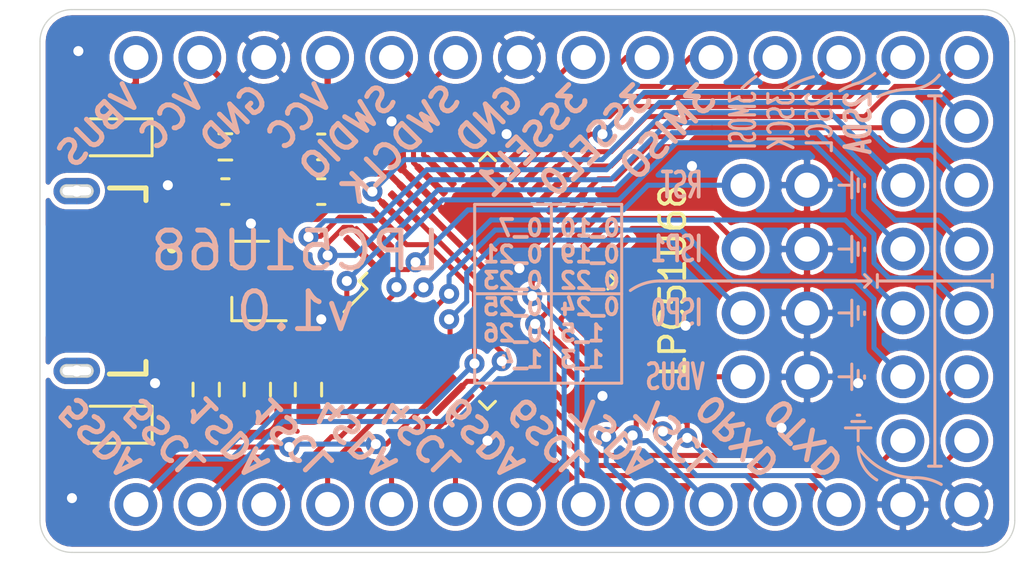
<source format=kicad_pcb>
(kicad_pcb (version 20171130) (host pcbnew "(5.1.9-0-10_14)")
  (layers (0 F.Cu signal) (31 B.Cu signal) (34 B.Paste user) (35 F.Paste user) (36 B.SilkS user) (37 F.SilkS user) (38 B.Mask user) (39 F.Mask user) (44 Edge.Cuts user))
  (net 0 "")
  (net 1 GND)
  (net 2 +3V3)
  (net 3 VBUS)
  (net 4 /LED)
  (net 5 "Net-(D1-Pad1)")
  (net 6 "Net-(D2-Pad1)")
  (net 7 /~RESET)
  (net 8 /SWDIO)
  (net 9 /SWDCLK)
  (net 10 /ISP0)
  (net 11 /ISP1)
  (net 12 /PIO0_26)
  (net 13 /PIO1_5)
  (net 14 /PIO0_25)
  (net 15 /PIO1_4)
  (net 16 /PIO0_24)
  (net 17 /PIO1_3)
  (net 18 /PIO0_23)
  (net 19 /PIO0_19)
  (net 20 /PIO0_22)
  (net 21 /PIO0_10)
  (net 22 /PIO0_21)
  (net 23 /PIO0_7)
  (net 24 /FC0_RXD_SDA)
  (net 25 /FC0_TXD_SCL)
  (net 26 /FC1_RXD_SDA)
  (net 27 /FC1_TXD_SCL)
  (net 28 /FC2_RXD_SDA)
  (net 29 /FC2_TXD_SCL)
  (net 30 /FC4_RXD_SDA)
  (net 31 /FC4_TXD_SCL)
  (net 32 /FC5_RXD_SDA)
  (net 33 /FC5_TXD_SCL)
  (net 34 /FC6_RXD_SDA)
  (net 35 /FC6_TXD_SCL)
  (net 36 /FC7_RXD_SDA)
  (net 37 /FC7_TXD_SCL)
  (net 38 /FC3_RTS_SCL_SSEL1)
  (net 39 /FC3_CTS_SDA_SSEL0)
  (net 40 /FC3_SCK)
  (net 41 /FC3_RXD_SDA_MOSI)
  (net 42 /FC3_TXD_SCL_MISO)
  (net 43 "Net-(J15-Pad6)")
  (net 44 "Net-(J15-Pad4)")
  (net 45 "Net-(J15-Pad3)")
  (net 46 "Net-(J15-Pad2)")
  (net 47 /USB_DP)
  (net 48 /USB_DM)
  (net 49 "Net-(U1-Pad26)")
  (net 50 "Net-(U1-Pad25)")
  (net 51 /ISP_VBUS)
  (module LPC51U68-dev:LQFP-48_7x7mm_P0.5mm (layer F.Cu) (at 130.81 97.79 45)
    (fp_text reference U1 hide)
    (fp_text value lpc51u68 hide)
    (pad 1 smd roundrect (at -4.4125 -2.75 45) (size 1.675 0.28) (layers F.Cu F.Paste F.Mask) (net 18 /PIO0_23))
    (pad 2 smd roundrect (at -4.4125 -2.25 45) (size 1.675 0.28) (layers F.Cu F.Paste F.Mask) (net 16 /PIO0_24))
    (pad 3 smd roundrect (at -4.4125 -1.75 45) (size 1.675 0.28) (layers F.Cu F.Paste F.Mask) (net 14 /PIO0_25))
    (pad 4 smd roundrect (at -4.4125 -1.25 45) (size 1.675 0.28) (layers F.Cu F.Paste F.Mask) (net 12 /PIO0_26))
    (pad 5 smd roundrect (at -4.4125 -0.75 45) (size 1.675 0.28) (layers F.Cu F.Paste F.Mask) (net 47 /USB_DP))
    (pad 6 smd roundrect (at -4.4125 -0.25 45) (size 1.675 0.28) (layers F.Cu F.Paste F.Mask) (net 48 /USB_DM))
    (pad 7 smd roundrect (at -4.4125 0.25 45) (size 1.675 0.28) (layers F.Cu F.Paste F.Mask) (net 26 /FC1_RXD_SDA))
    (pad 8 smd roundrect (at -4.4125 0.75 45) (size 1.675 0.28) (layers F.Cu F.Paste F.Mask) (net 27 /FC1_TXD_SCL))
    (pad 9 smd roundrect (at -4.4125 1.25 45) (size 1.675 0.28) (layers F.Cu F.Paste F.Mask) (net 10 /ISP0))
    (pad 10 smd roundrect (at -4.4125 1.75 45) (size 1.675 0.28) (layers F.Cu F.Paste F.Mask) (net 4 /LED))
    (pad 11 smd roundrect (at -4.4125 2.25 45) (size 1.675 0.28) (layers F.Cu F.Paste F.Mask) (net 31 /FC4_TXD_SCL))
    (pad 12 smd roundrect (at -4.4125 2.75 45) (size 1.675 0.28) (layers F.Cu F.Paste F.Mask) (net 30 /FC4_RXD_SDA))
    (pad 13 smd roundrect (at -2.75 4.4125 45) (size 0.28 1.675) (layers F.Cu F.Paste F.Mask) (net 17 /PIO1_3))
    (pad 14 smd roundrect (at -2.25 4.4125 45) (size 0.28 1.675) (layers F.Cu F.Paste F.Mask) (net 15 /PIO1_4))
    (pad 15 smd roundrect (at -1.75 4.4125 45) (size 0.28 1.675) (layers F.Cu F.Paste F.Mask) (net 13 /PIO1_5))
    (pad 16 smd roundrect (at -1.25 4.4125 45) (size 0.28 1.675) (layers F.Cu F.Paste F.Mask) (net 1 GND))
    (pad 17 smd roundrect (at -0.75 4.4125 45) (size 0.28 1.675) (layers F.Cu F.Paste F.Mask) (net 2 +3V3))
    (pad 18 smd roundrect (at -0.25 4.4125 45) (size 0.28 1.675) (layers F.Cu F.Paste F.Mask) (net 2 +3V3))
    (pad 19 smd roundrect (at 0.25 4.4125 45) (size 0.28 1.675) (layers F.Cu F.Paste F.Mask) (net 1 GND))
    (pad 20 smd roundrect (at 0.75 4.4125 45) (size 0.28 1.675) (layers F.Cu F.Paste F.Mask) (net 51 /ISP_VBUS))
    (pad 21 smd roundrect (at 1.25 4.4125 45) (size 0.28 1.675) (layers F.Cu F.Paste F.Mask) (net 36 /FC7_RXD_SDA))
    (pad 22 smd roundrect (at 1.75 4.4125 45) (size 0.28 1.675) (layers F.Cu F.Paste F.Mask) (net 37 /FC7_TXD_SCL))
    (pad 23 smd roundrect (at 2.25 4.4125 45) (size 0.28 1.675) (layers F.Cu F.Paste F.Mask) (net 24 /FC0_RXD_SDA))
    (pad 24 smd roundrect (at 2.75 4.4125 45) (size 0.28 1.675) (layers F.Cu F.Paste F.Mask) (net 25 /FC0_TXD_SCL))
    (pad 25 smd roundrect (at 4.4125 2.75 45) (size 1.675 0.28) (layers F.Cu F.Paste F.Mask) (net 50 "Net-(U1-Pad25)"))
    (pad 26 smd roundrect (at 4.4125 2.25 45) (size 1.675 0.28) (layers F.Cu F.Paste F.Mask) (net 49 "Net-(U1-Pad26)"))
    (pad 27 smd roundrect (at 4.4125 1.75 45) (size 1.675 0.28) (layers F.Cu F.Paste F.Mask) (net 11 /ISP1))
    (pad 28 smd roundrect (at 4.4125 1.25 45) (size 1.675 0.28) (layers F.Cu F.Paste F.Mask) (net 34 /FC6_RXD_SDA))
    (pad 29 smd roundrect (at 4.4125 0.75 45) (size 1.675 0.28) (layers F.Cu F.Paste F.Mask) (net 35 /FC6_TXD_SCL))
    (pad 30 smd roundrect (at 4.4125 0.25 45) (size 1.675 0.28) (layers F.Cu F.Paste F.Mask) (net 23 /PIO0_7))
    (pad 31 smd roundrect (at 4.4125 -0.25 45) (size 1.675 0.28) (layers F.Cu F.Paste F.Mask) (net 28 /FC2_RXD_SDA))
    (pad 32 smd roundrect (at 4.4125 -0.75 45) (size 1.675 0.28) (layers F.Cu F.Paste F.Mask) (net 29 /FC2_TXD_SCL))
    (pad 33 smd roundrect (at 4.4125 -1.25 45) (size 1.675 0.28) (layers F.Cu F.Paste F.Mask) (net 21 /PIO0_10))
    (pad 34 smd roundrect (at 4.4125 -1.75 45) (size 1.675 0.28) (layers F.Cu F.Paste F.Mask) (net 40 /FC3_SCK))
    (pad 35 smd roundrect (at 4.4125 -2.25 45) (size 1.675 0.28) (layers F.Cu F.Paste F.Mask) (net 41 /FC3_RXD_SDA_MOSI))
    (pad 36 smd roundrect (at 4.4125 -2.75 45) (size 1.675 0.28) (layers F.Cu F.Paste F.Mask) (net 42 /FC3_TXD_SCL_MISO))
    (pad 37 smd roundrect (at 2.75 -4.4125 45) (size 0.28 1.675) (layers F.Cu F.Paste F.Mask) (net 39 /FC3_CTS_SDA_SSEL0))
    (pad 38 smd roundrect (at 2.25 -4.4125 45) (size 0.28 1.675) (layers F.Cu F.Paste F.Mask) (net 38 /FC3_RTS_SCL_SSEL1))
    (pad 39 smd roundrect (at 1.75 -4.4125 45) (size 0.28 1.675) (layers F.Cu F.Paste F.Mask) (net 9 /SWDCLK))
    (pad 40 smd roundrect (at 1.25 -4.4125 45) (size 0.28 1.675) (layers F.Cu F.Paste F.Mask) (net 8 /SWDIO))
    (pad 41 smd roundrect (at 0.75 -4.4125 45) (size 0.28 1.675) (layers F.Cu F.Paste F.Mask) (net 1 GND))
    (pad 42 smd roundrect (at 0.25 -4.4125 45) (size 0.28 1.675) (layers F.Cu F.Paste F.Mask) (net 2 +3V3))
    (pad 43 smd roundrect (at -0.25 -4.4125 45) (size 0.28 1.675) (layers F.Cu F.Paste F.Mask) (net 33 /FC5_TXD_SCL))
    (pad 44 smd roundrect (at -0.75 -4.4125 45) (size 0.28 1.675) (layers F.Cu F.Paste F.Mask) (net 19 /PIO0_19))
    (pad 45 smd roundrect (at -1.25 -4.4125 45) (size 0.28 1.675) (layers F.Cu F.Paste F.Mask) (net 32 /FC5_RXD_SDA))
    (pad 46 smd roundrect (at -1.75 -4.4125 45) (size 0.28 1.675) (layers F.Cu F.Paste F.Mask) (net 22 /PIO0_21))
    (pad 47 smd roundrect (at -2.25 -4.4125 45) (size 0.28 1.675) (layers F.Cu F.Paste F.Mask) (net 20 /PIO0_22))
    (pad 48 smd roundrect (at -2.75 -4.4125 45) (size 0.28 1.675) (layers F.Cu F.Paste F.Mask) (net 7 /~RESET))
  )
  (module LPC51U68-dev:PinHeader_2x04_P2.54mm_Vertical (layer F.Cu) (at 140.97 93.98)
    (fp_text reference J1 hide)
    (fp_text value Conn_02x04_Odd_Even hide)
    (pad 1 thru_hole circle (at 0 0) (size 1.7 1.7) (drill 1) (layers *.Cu *.Mask) (net 7 /~RESET))
    (pad 2 thru_hole oval (at 2.54 0) (size 1.7 1.7) (drill 1) (layers *.Cu *.Mask) (net 1 GND))
    (pad 3 thru_hole oval (at 0 2.54) (size 1.7 1.7) (drill 1) (layers *.Cu *.Mask) (net 11 /ISP1))
    (pad 4 thru_hole oval (at 2.54 2.54) (size 1.7 1.7) (drill 1) (layers *.Cu *.Mask) (net 1 GND))
    (pad 5 thru_hole oval (at 0 5.08) (size 1.7 1.7) (drill 1) (layers *.Cu *.Mask) (net 10 /ISP0))
    (pad 6 thru_hole oval (at 2.54 5.08) (size 1.7 1.7) (drill 1) (layers *.Cu *.Mask) (net 1 GND))
    (pad 7 thru_hole oval (at 0 7.62) (size 1.7 1.7) (drill 1) (layers *.Cu *.Mask) (net 51 /ISP_VBUS))
    (pad 8 thru_hole oval (at 2.54 7.62) (size 1.7 1.7) (drill 1) (layers *.Cu *.Mask) (net 1 GND))
  )
  (module LPC51U68-dev:PinHeader_1x04_P2.54mm_Vertical (layer F.Cu) (at 149.86 106.68 270)
    (fp_text reference J7 hide)
    (fp_text value Conn_01x04 hide)
    (pad 1 thru_hole circle (at 0 0 270) (size 1.7 1.7) (drill 1) (layers *.Cu *.Mask) (net 1 GND))
    (pad 2 thru_hole oval (at 0 2.54 270) (size 1.7 1.7) (drill 1) (layers *.Cu *.Mask) (net 1 GND))
    (pad 3 thru_hole oval (at 0 5.08 270) (size 1.7 1.7) (drill 1) (layers *.Cu *.Mask) (net 25 /FC0_TXD_SCL))
    (pad 4 thru_hole oval (at 0 7.62 270) (size 1.7 1.7) (drill 1) (layers *.Cu *.Mask) (net 24 /FC0_RXD_SDA))
  )
  (module LPC51U68-dev:PinHeader_1x05_P2.54mm_Vertical (layer F.Cu) (at 134.62 88.9 90)
    (fp_text reference J14 hide)
    (fp_text value Conn_01x05 hide)
    (pad 1 thru_hole circle (at 0 0 90) (size 1.7 1.7) (drill 1) (layers *.Cu *.Mask) (net 38 /FC3_RTS_SCL_SSEL1))
    (pad 2 thru_hole oval (at 0 2.54 90) (size 1.7 1.7) (drill 1) (layers *.Cu *.Mask) (net 39 /FC3_CTS_SDA_SSEL0))
    (pad 3 thru_hole oval (at 0 5.08 90) (size 1.7 1.7) (drill 1) (layers *.Cu *.Mask) (net 42 /FC3_TXD_SCL_MISO))
    (pad 4 thru_hole oval (at 0 7.62 90) (size 1.7 1.7) (drill 1) (layers *.Cu *.Mask) (net 41 /FC3_RXD_SDA_MOSI))
    (pad 5 thru_hole oval (at 0 10.16 90) (size 1.7 1.7) (drill 1) (layers *.Cu *.Mask) (net 40 /FC3_SCK))
  )
  (module LPC51U68-dev:PinHeader_1x02_P2.54mm_Vertical (layer F.Cu) (at 137.16 106.68 90)
    (fp_text reference J13 hide)
    (fp_text value Conn_01x02 hide)
    (pad 1 thru_hole circle (at 0 0 90) (size 1.7 1.7) (drill 1) (layers *.Cu *.Mask) (net 36 /FC7_RXD_SDA))
    (pad 2 thru_hole oval (at 0 2.54 90) (size 1.7 1.7) (drill 1) (layers *.Cu *.Mask) (net 37 /FC7_TXD_SCL))
  )
  (module LPC51U68-dev:PinHeader_1x02_P2.54mm_Vertical (layer F.Cu) (at 132.08 106.68 90)
    (fp_text reference J12 hide)
    (fp_text value Conn_01x02 hide)
    (pad 1 thru_hole circle (at 0 0 90) (size 1.7 1.7) (drill 1) (layers *.Cu *.Mask) (net 34 /FC6_RXD_SDA))
    (pad 2 thru_hole oval (at 0 2.54 90) (size 1.7 1.7) (drill 1) (layers *.Cu *.Mask) (net 35 /FC6_TXD_SCL))
  )
  (module LPC51U68-dev:PinHeader_1x02_P2.54mm_Vertical (layer F.Cu) (at 116.84 106.68 90)
    (fp_text reference J11 hide)
    (fp_text value Conn_01x02 hide)
    (pad 1 thru_hole circle (at 0 0 90) (size 1.7 1.7) (drill 1) (layers *.Cu *.Mask) (net 32 /FC5_RXD_SDA))
    (pad 2 thru_hole oval (at 0 2.54 90) (size 1.7 1.7) (drill 1) (layers *.Cu *.Mask) (net 33 /FC5_TXD_SCL))
  )
  (module LPC51U68-dev:PinHeader_1x02_P2.54mm_Vertical (layer F.Cu) (at 127 106.68 90)
    (fp_text reference J10 hide)
    (fp_text value Conn_01x02 hide)
    (pad 1 thru_hole circle (at 0 0 90) (size 1.7 1.7) (drill 1) (layers *.Cu *.Mask) (net 30 /FC4_RXD_SDA))
    (pad 2 thru_hole oval (at 0 2.54 90) (size 1.7 1.7) (drill 1) (layers *.Cu *.Mask) (net 31 /FC4_TXD_SCL))
  )
  (module LPC51U68-dev:PinHeader_1x02_P2.54mm_Vertical (layer F.Cu) (at 149.86 88.9 270)
    (fp_text reference J9 hide)
    (fp_text value Conn_01x02 hide)
    (pad 1 thru_hole circle (at 0 0 270) (size 1.7 1.7) (drill 1) (layers *.Cu *.Mask) (net 28 /FC2_RXD_SDA))
    (pad 2 thru_hole oval (at 0 2.54 270) (size 1.7 1.7) (drill 1) (layers *.Cu *.Mask) (net 29 /FC2_TXD_SCL))
  )
  (module LPC51U68-dev:PinHeader_1x02_P2.54mm_Vertical (layer F.Cu) (at 121.92 106.68 90)
    (fp_text reference J8 hide)
    (fp_text value Conn_01x02 hide)
    (pad 1 thru_hole circle (at 0 0 90) (size 1.7 1.7) (drill 1) (layers *.Cu *.Mask) (net 26 /FC1_RXD_SDA))
    (pad 2 thru_hole oval (at 0 2.54 90) (size 1.7 1.7) (drill 1) (layers *.Cu *.Mask) (net 27 /FC1_TXD_SCL))
  )
  (module LPC51U68-dev:PinHeader_1x03_P2.54mm_Vertical (layer F.Cu) (at 121.92 88.9 270)
    (fp_text reference J16 hide)
    (fp_text value Conn_01x03 hide)
    (pad 1 thru_hole circle (at 0 0 270) (size 1.7 1.7) (drill 1) (layers *.Cu *.Mask) (net 1 GND))
    (pad 2 thru_hole oval (at 0 2.54 270) (size 1.7 1.7) (drill 1) (layers *.Cu *.Mask) (net 2 +3V3))
    (pad 3 thru_hole oval (at 0 5.08 270) (size 1.7 1.7) (drill 1) (layers *.Cu *.Mask) (net 3 VBUS))
  )
  (module LPC51U68-dev:PinHeader_2x06_P2.54mm_Vertical (layer F.Cu) (at 149.86 104.14 180)
    (fp_text reference J6 hide)
    (fp_text value Conn_02x06_Odd_Even hide)
    (pad 1 thru_hole circle (at 0 0 180) (size 1.7 1.7) (drill 1) (layers *.Cu *.Mask) (net 17 /PIO1_3))
    (pad 2 thru_hole oval (at 2.54 0 180) (size 1.7 1.7) (drill 1) (layers *.Cu *.Mask) (net 15 /PIO1_4))
    (pad 3 thru_hole oval (at 0 2.54 180) (size 1.7 1.7) (drill 1) (layers *.Cu *.Mask) (net 13 /PIO1_5))
    (pad 4 thru_hole oval (at 2.54 2.54 180) (size 1.7 1.7) (drill 1) (layers *.Cu *.Mask) (net 12 /PIO0_26))
    (pad 5 thru_hole oval (at 0 5.08 180) (size 1.7 1.7) (drill 1) (layers *.Cu *.Mask) (net 16 /PIO0_24))
    (pad 6 thru_hole oval (at 2.54 5.08 180) (size 1.7 1.7) (drill 1) (layers *.Cu *.Mask) (net 14 /PIO0_25))
    (pad 7 thru_hole oval (at 0 7.62 180) (size 1.7 1.7) (drill 1) (layers *.Cu *.Mask) (net 20 /PIO0_22))
    (pad 8 thru_hole oval (at 2.54 7.62 180) (size 1.7 1.7) (drill 1) (layers *.Cu *.Mask) (net 18 /PIO0_23))
    (pad 9 thru_hole oval (at 0 10.16 180) (size 1.7 1.7) (drill 1) (layers *.Cu *.Mask) (net 19 /PIO0_19))
    (pad 10 thru_hole oval (at 2.54 10.16 180) (size 1.7 1.7) (drill 1) (layers *.Cu *.Mask) (net 22 /PIO0_21))
    (pad 11 thru_hole oval (at 0 12.7 180) (size 1.7 1.7) (drill 1) (layers *.Cu *.Mask) (net 21 /PIO0_10))
    (pad 12 thru_hole oval (at 2.54 12.7 180) (size 1.7 1.7) (drill 1) (layers *.Cu *.Mask) (net 23 /PIO0_7))
  )
  (module LPC51U68-dev:PinHeader_1x04_P2.54mm_Vertical (layer F.Cu) (at 132.08 88.9 270)
    (fp_text reference J2 hide)
    (fp_text value Conn_01x04 hide)
    (pad 1 thru_hole circle (at 0 0 270) (size 1.7 1.7) (drill 1) (layers *.Cu *.Mask) (net 1 GND))
    (pad 2 thru_hole oval (at 0 2.54 270) (size 1.7 1.7) (drill 1) (layers *.Cu *.Mask) (net 9 /SWDCLK))
    (pad 3 thru_hole oval (at 0 5.08 270) (size 1.7 1.7) (drill 1) (layers *.Cu *.Mask) (net 8 /SWDIO))
    (pad 4 thru_hole oval (at 0 7.62 270) (size 1.7 1.7) (drill 1) (layers *.Cu *.Mask) (net 2 +3V3))
  )
  (module Package_TO_SOT_SMD:SOT-23 (layer F.Cu) (at 121.412 97.79 180)
    (fp_text reference U2 hide)
    (fp_text value MCP1703A-3302_SOT23 hide)
    (pad 3 smd rect (at 1 0 180) (size 0.9 0.8) (layers F.Cu F.Paste F.Mask) (net 3 VBUS))
    (pad 2 smd rect (at -1 0.95 180) (size 0.9 0.8) (layers F.Cu F.Paste F.Mask) (net 2 +3V3))
    (pad 1 smd rect (at -1 -0.95 180) (size 0.9 0.8) (layers F.Cu F.Paste F.Mask) (net 1 GND))
  )
  (module Resistor_SMD:R_0603_1608Metric_Pad0.98x0.95mm_HandSolder (layer F.Cu) (at 123.698 102.108 90)
    (fp_text reference R4 hide)
    (fp_text value 33R hide)
    (pad 2 smd roundrect (at 0.9125 0 90) (size 0.975 0.95) (layers F.Cu F.Paste F.Mask) (net 46 "Net-(J15-Pad2)"))
    (pad 1 smd roundrect (at -0.9125 0 90) (size 0.975 0.95) (layers F.Cu F.Paste F.Mask) (net 48 /USB_DM))
  )
  (module Resistor_SMD:R_0603_1608Metric_Pad0.98x0.95mm_HandSolder (layer F.Cu) (at 121.666 102.108 90)
    (fp_text reference R3 hide)
    (fp_text value 33R hide)
    (pad 2 smd roundrect (at 0.9125 0 90) (size 0.975 0.95) (layers F.Cu F.Paste F.Mask) (net 45 "Net-(J15-Pad3)"))
    (pad 1 smd roundrect (at -0.9125 0 90) (size 0.975 0.95) (layers F.Cu F.Paste F.Mask) (net 47 /USB_DP))
  )
  (module Resistor_SMD:R_0603_1608Metric_Pad0.98x0.95mm_HandSolder (layer F.Cu) (at 120.396 92.456)
    (fp_text reference R2 hide)
    (fp_text value 100R hide)
    (pad 2 smd roundrect (at 0.9125 0) (size 0.975 0.95) (layers F.Cu F.Paste F.Mask) (net 1 GND))
    (pad 1 smd roundrect (at -0.9125 0) (size 0.975 0.95) (layers F.Cu F.Paste F.Mask) (net 6 "Net-(D2-Pad1)"))
  )
  (module Resistor_SMD:R_0603_1608Metric_Pad0.98x0.95mm_HandSolder (layer F.Cu) (at 119.634 102.108 90)
    (fp_text reference R1 hide)
    (fp_text value 100R hide)
    (pad 2 smd roundrect (at 0.9125 0 90) (size 0.975 0.95) (layers F.Cu F.Paste F.Mask) (net 1 GND))
    (pad 1 smd roundrect (at -0.9125 0 90) (size 0.975 0.95) (layers F.Cu F.Paste F.Mask) (net 5 "Net-(D1-Pad1)"))
  )
  (module LPC51U68-dev:GCT_USB3076-XX-X_REVC (layer F.Cu) (at 114.4905 97.79 270)
    (fp_text reference J15 hide)
    (fp_text value USB_B_Micro hide)
    (fp_line (start -3.35 -0.402) (end -3.35 0.4) (layer Edge.Cuts) (width 0.1))
    (fp_line (start -3.8 0.4) (end -3.8 -0.401) (layer Edge.Cuts) (width 0.1))
    (fp_poly (pts (xy -3.8 0) (xy -3.8 -0.4) (xy -3.799692 -0.411776) (xy -3.798767 -0.423519) (xy -3.79723 -0.435198) (xy -3.795083 -0.44678) (xy -3.792333 -0.458234) (xy -3.788988 -0.469529) (xy -3.785056 -0.480633) (xy -3.780548 -0.491516) (xy -3.775476 -0.502148) (xy -3.769856 -0.5125) (xy -3.763701 -0.522544) (xy -3.757029 -0.532252) (xy -3.749858 -0.541597) (xy -3.742208 -0.550554) (xy -3.734099 -0.559099) (xy -3.725554 -0.567208) (xy -3.716597 -0.574858) (xy -3.707252 -0.582029) (xy -3.697544 -0.588701) (xy -3.6875 -0.594856) (xy -3.677148 -0.600476) (xy -3.666516 -0.605548) (xy -3.655633 -0.610056) (xy -3.644529 -0.613988) (xy -3.633234 -0.617333) (xy -3.62178 -0.620083) (xy -3.610198 -0.62223) (xy -3.598519 -0.623767) (xy -3.586776 -0.624692) (xy -3.575 -0.625) (xy -3.563224 -0.624692) (xy -3.551481 -0.623767) (xy -3.539802 -0.62223) (xy -3.52822 -0.620083) (xy -3.516766 -0.617333) (xy -3.505471 -0.613988) (xy -3.494367 -0.610056) (xy -3.483484 -0.605548) (xy -3.472852 -0.600476) (xy -3.4625 -0.594856) (xy -3.452456 -0.588701) (xy -3.442748 -0.582029) (xy -3.433403 -0.574858) (xy -3.424446 -0.567208) (xy -3.415901 -0.559099) (xy -3.407792 -0.550554) (xy -3.400142 -0.541597) (xy -3.392971 -0.532252) (xy -3.386299 -0.522544) (xy -3.380144 -0.5125) (xy -3.374524 -0.502148) (xy -3.369452 -0.491516) (xy -3.364944 -0.480633) (xy -3.361012 -0.469529) (xy -3.357667 -0.458234) (xy -3.354917 -0.44678) (xy -3.35277 -0.435198) (xy -3.351233 -0.423519) (xy -3.350308 -0.411776) (xy -3.35 -0.4) (xy -3.35 0) (xy -3.05 0) (xy -3.05 -0.35) (xy -3.049432 -0.375) (xy -3.050187 -0.403814) (xy -3.052448 -0.43255) (xy -3.056211 -0.461128) (xy -3.061463 -0.48947) (xy -3.068192 -0.517497) (xy -3.076379 -0.545135) (xy -3.086001 -0.572306) (xy -3.097031 -0.598936) (xy -3.10944 -0.624953) (xy -3.123194 -0.650284) (xy -3.138255 -0.674861) (xy -3.154581 -0.698616) (xy -3.172128 -0.721484) (xy -3.190848 -0.743402) (xy -3.21069 -0.76431) (xy -3.231598 -0.784152) (xy -3.253516 -0.802872) (xy -3.276384 -0.820419) (xy -3.300139 -0.836745) (xy -3.324716 -0.851806) (xy -3.350047 -0.86556) (xy -3.376064 -0.877969) (xy -3.402694 -0.888999) (xy -3.429865 -0.898621) (xy -3.457503 -0.906808) (xy -3.48553 -0.913537) (xy -3.513872 -0.918789) (xy -3.54245 -0.922552) (xy -3.575 -0.925) (xy -3.602476 -0.924281) (xy -3.629877 -0.922124) (xy -3.657128 -0.918536) (xy -3.684154 -0.913527) (xy -3.71088 -0.907111) (xy -3.737234 -0.899305) (xy -3.763143 -0.89013) (xy -3.788537 -0.879611) (xy -3.813345 -0.867778) (xy -3.8375 -0.854663) (xy -3.860935 -0.840302) (xy -3.883587 -0.824734) (xy -3.905393 -0.808002) (xy -3.926294 -0.790151) (xy -3.946231 -0.771231) (xy -3.965151 -0.751294) (xy -3.983002 -0.730393) (xy -3.999734 -0.708587) (xy -4.015302 -0.685935) (xy -4.029663 -0.6625) (xy -4.042778 -0.638345) (xy -4.054611 -0.613537) (xy -4.06513 -0.588143) (xy -4.074305 -0.562234) (xy -4.082111 -0.53588) (xy -4.088527 -0.509154) (xy -4.093536 -0.482128) (xy -4.097124 -0.454877) (xy -4.099281 -0.427476) (xy -4.1 -0.4) (xy -4.1 0) (xy -3.8 0)) (layer F.Cu) (width 0.001))
    (fp_poly (pts (xy -3.35 0) (xy -3.35 0.4) (xy -3.350308 0.411776) (xy -3.351233 0.423519) (xy -3.35277 0.435198) (xy -3.354917 0.44678) (xy -3.357667 0.458234) (xy -3.361012 0.469529) (xy -3.364944 0.480633) (xy -3.369452 0.491516) (xy -3.374524 0.502148) (xy -3.380144 0.5125) (xy -3.386299 0.522544) (xy -3.392971 0.532252) (xy -3.400142 0.541597) (xy -3.407792 0.550554) (xy -3.415901 0.559099) (xy -3.424446 0.567208) (xy -3.433403 0.574858) (xy -3.442748 0.582029) (xy -3.452456 0.588701) (xy -3.4625 0.594856) (xy -3.472852 0.600476) (xy -3.483484 0.605548) (xy -3.494367 0.610056) (xy -3.505471 0.613988) (xy -3.516766 0.617333) (xy -3.52822 0.620083) (xy -3.539802 0.62223) (xy -3.551481 0.623767) (xy -3.563224 0.624692) (xy -3.575 0.625) (xy -3.586776 0.624692) (xy -3.598519 0.623767) (xy -3.610198 0.62223) (xy -3.62178 0.620083) (xy -3.633234 0.617333) (xy -3.644529 0.613988) (xy -3.655633 0.610056) (xy -3.666516 0.605548) (xy -3.677148 0.600476) (xy -3.6875 0.594856) (xy -3.697544 0.588701) (xy -3.707252 0.582029) (xy -3.716597 0.574858) (xy -3.725554 0.567208) (xy -3.734099 0.559099) (xy -3.742208 0.550554) (xy -3.749858 0.541597) (xy -3.757029 0.532252) (xy -3.763701 0.522544) (xy -3.769856 0.5125) (xy -3.775476 0.502148) (xy -3.780548 0.491516) (xy -3.785056 0.480633) (xy -3.788988 0.469529) (xy -3.792333 0.458234) (xy -3.795083 0.44678) (xy -3.79723 0.435198) (xy -3.798767 0.423519) (xy -3.799692 0.411776) (xy -3.8 0.4) (xy -3.8 0) (xy -4.1 0) (xy -4.1 0.35) (xy -4.100568 0.375) (xy -4.099813 0.403814) (xy -4.097552 0.43255) (xy -4.093789 0.461128) (xy -4.088537 0.48947) (xy -4.081808 0.517497) (xy -4.073621 0.545135) (xy -4.063999 0.572306) (xy -4.052969 0.598936) (xy -4.04056 0.624953) (xy -4.026806 0.650284) (xy -4.011745 0.674861) (xy -3.995419 0.698616) (xy -3.977872 0.721484) (xy -3.959152 0.743402) (xy -3.93931 0.76431) (xy -3.918402 0.784152) (xy -3.896484 0.802872) (xy -3.873616 0.820419) (xy -3.849861 0.836745) (xy -3.825284 0.851806) (xy -3.799953 0.86556) (xy -3.773936 0.877969) (xy -3.747306 0.888999) (xy -3.720135 0.898621) (xy -3.692497 0.906808) (xy -3.66447 0.913537) (xy -3.636128 0.918789) (xy -3.60755 0.922552) (xy -3.575 0.925) (xy -3.547524 0.924281) (xy -3.520123 0.922124) (xy -3.492872 0.918536) (xy -3.465846 0.913527) (xy -3.43912 0.907111) (xy -3.412766 0.899305) (xy -3.386857 0.89013) (xy -3.361463 0.879611) (xy -3.336655 0.867778) (xy -3.3125 0.854663) (xy -3.289065 0.840302) (xy -3.266413 0.824734) (xy -3.244607 0.808002) (xy -3.223706 0.790151) (xy -3.203769 0.771231) (xy -3.184849 0.751294) (xy -3.166998 0.730393) (xy -3.150266 0.708587) (xy -3.134698 0.685935) (xy -3.120337 0.6625) (xy -3.107222 0.638345) (xy -3.095389 0.613537) (xy -3.08487 0.588143) (xy -3.075695 0.562234) (xy -3.067889 0.53588) (xy -3.061473 0.509154) (xy -3.056464 0.482128) (xy -3.052876 0.454877) (xy -3.050719 0.427476) (xy -3.05 0.4) (xy -3.05 0) (xy -3.35 0)) (layer F.Cu) (width 0.001))
    (fp_poly (pts (xy -3.8 0) (xy -3.8 -0.4) (xy -3.799692 -0.411776) (xy -3.798767 -0.423519) (xy -3.79723 -0.435198) (xy -3.795083 -0.44678) (xy -3.792333 -0.458234) (xy -3.788988 -0.469529) (xy -3.785056 -0.480633) (xy -3.780548 -0.491516) (xy -3.775476 -0.502148) (xy -3.769856 -0.5125) (xy -3.763701 -0.522544) (xy -3.757029 -0.532252) (xy -3.749858 -0.541597) (xy -3.742208 -0.550554) (xy -3.734099 -0.559099) (xy -3.725554 -0.567208) (xy -3.716597 -0.574858) (xy -3.707252 -0.582029) (xy -3.697544 -0.588701) (xy -3.6875 -0.594856) (xy -3.677148 -0.600476) (xy -3.666516 -0.605548) (xy -3.655633 -0.610056) (xy -3.644529 -0.613988) (xy -3.633234 -0.617333) (xy -3.62178 -0.620083) (xy -3.610198 -0.62223) (xy -3.598519 -0.623767) (xy -3.586776 -0.624692) (xy -3.575 -0.625) (xy -3.563224 -0.624692) (xy -3.551481 -0.623767) (xy -3.539802 -0.62223) (xy -3.52822 -0.620083) (xy -3.516766 -0.617333) (xy -3.505471 -0.613988) (xy -3.494367 -0.610056) (xy -3.483484 -0.605548) (xy -3.472852 -0.600476) (xy -3.4625 -0.594856) (xy -3.452456 -0.588701) (xy -3.442748 -0.582029) (xy -3.433403 -0.574858) (xy -3.424446 -0.567208) (xy -3.415901 -0.559099) (xy -3.407792 -0.550554) (xy -3.400142 -0.541597) (xy -3.392971 -0.532252) (xy -3.386299 -0.522544) (xy -3.380144 -0.5125) (xy -3.374524 -0.502148) (xy -3.369452 -0.491516) (xy -3.364944 -0.480633) (xy -3.361012 -0.469529) (xy -3.357667 -0.458234) (xy -3.354917 -0.44678) (xy -3.35277 -0.435198) (xy -3.351233 -0.423519) (xy -3.350308 -0.411776) (xy -3.35 -0.4) (xy -3.35 0) (xy -3.05 0) (xy -3.05 -0.35) (xy -3.049432 -0.375) (xy -3.050187 -0.403814) (xy -3.052448 -0.43255) (xy -3.056211 -0.461128) (xy -3.061463 -0.48947) (xy -3.068192 -0.517497) (xy -3.076379 -0.545135) (xy -3.086001 -0.572306) (xy -3.097031 -0.598936) (xy -3.10944 -0.624953) (xy -3.123194 -0.650284) (xy -3.138255 -0.674861) (xy -3.154581 -0.698616) (xy -3.172128 -0.721484) (xy -3.190848 -0.743402) (xy -3.21069 -0.76431) (xy -3.231598 -0.784152) (xy -3.253516 -0.802872) (xy -3.276384 -0.820419) (xy -3.300139 -0.836745) (xy -3.324716 -0.851806) (xy -3.350047 -0.86556) (xy -3.376064 -0.877969) (xy -3.402694 -0.888999) (xy -3.429865 -0.898621) (xy -3.457503 -0.906808) (xy -3.48553 -0.913537) (xy -3.513872 -0.918789) (xy -3.54245 -0.922552) (xy -3.575 -0.925) (xy -3.602476 -0.924281) (xy -3.629877 -0.922124) (xy -3.657128 -0.918536) (xy -3.684154 -0.913527) (xy -3.71088 -0.907111) (xy -3.737234 -0.899305) (xy -3.763143 -0.89013) (xy -3.788537 -0.879611) (xy -3.813345 -0.867778) (xy -3.8375 -0.854663) (xy -3.860935 -0.840302) (xy -3.883587 -0.824734) (xy -3.905393 -0.808002) (xy -3.926294 -0.790151) (xy -3.946231 -0.771231) (xy -3.965151 -0.751294) (xy -3.983002 -0.730393) (xy -3.999734 -0.708587) (xy -4.015302 -0.685935) (xy -4.029663 -0.6625) (xy -4.042778 -0.638345) (xy -4.054611 -0.613537) (xy -4.06513 -0.588143) (xy -4.074305 -0.562234) (xy -4.082111 -0.53588) (xy -4.088527 -0.509154) (xy -4.093536 -0.482128) (xy -4.097124 -0.454877) (xy -4.099281 -0.427476) (xy -4.1 -0.4) (xy -4.1 0) (xy -3.8 0)) (layer B.Cu) (width 0.001))
    (fp_poly (pts (xy -3.35 0) (xy -3.35 0.4) (xy -3.350308 0.411776) (xy -3.351233 0.423519) (xy -3.35277 0.435198) (xy -3.354917 0.44678) (xy -3.357667 0.458234) (xy -3.361012 0.469529) (xy -3.364944 0.480633) (xy -3.369452 0.491516) (xy -3.374524 0.502148) (xy -3.380144 0.5125) (xy -3.386299 0.522544) (xy -3.392971 0.532252) (xy -3.400142 0.541597) (xy -3.407792 0.550554) (xy -3.415901 0.559099) (xy -3.424446 0.567208) (xy -3.433403 0.574858) (xy -3.442748 0.582029) (xy -3.452456 0.588701) (xy -3.4625 0.594856) (xy -3.472852 0.600476) (xy -3.483484 0.605548) (xy -3.494367 0.610056) (xy -3.505471 0.613988) (xy -3.516766 0.617333) (xy -3.52822 0.620083) (xy -3.539802 0.62223) (xy -3.551481 0.623767) (xy -3.563224 0.624692) (xy -3.575 0.625) (xy -3.586776 0.624692) (xy -3.598519 0.623767) (xy -3.610198 0.62223) (xy -3.62178 0.620083) (xy -3.633234 0.617333) (xy -3.644529 0.613988) (xy -3.655633 0.610056) (xy -3.666516 0.605548) (xy -3.677148 0.600476) (xy -3.6875 0.594856) (xy -3.697544 0.588701) (xy -3.707252 0.582029) (xy -3.716597 0.574858) (xy -3.725554 0.567208) (xy -3.734099 0.559099) (xy -3.742208 0.550554) (xy -3.749858 0.541597) (xy -3.757029 0.532252) (xy -3.763701 0.522544) (xy -3.769856 0.5125) (xy -3.775476 0.502148) (xy -3.780548 0.491516) (xy -3.785056 0.480633) (xy -3.788988 0.469529) (xy -3.792333 0.458234) (xy -3.795083 0.44678) (xy -3.79723 0.435198) (xy -3.798767 0.423519) (xy -3.799692 0.411776) (xy -3.8 0.4) (xy -3.8 0) (xy -4.1 0) (xy -4.1 0.35) (xy -4.100568 0.375) (xy -4.099813 0.403814) (xy -4.097552 0.43255) (xy -4.093789 0.461128) (xy -4.088537 0.48947) (xy -4.081808 0.517497) (xy -4.073621 0.545135) (xy -4.063999 0.572306) (xy -4.052969 0.598936) (xy -4.04056 0.624953) (xy -4.026806 0.650284) (xy -4.011745 0.674861) (xy -3.995419 0.698616) (xy -3.977872 0.721484) (xy -3.959152 0.743402) (xy -3.93931 0.76431) (xy -3.918402 0.784152) (xy -3.896484 0.802872) (xy -3.873616 0.820419) (xy -3.849861 0.836745) (xy -3.825284 0.851806) (xy -3.799953 0.86556) (xy -3.773936 0.877969) (xy -3.747306 0.888999) (xy -3.720135 0.898621) (xy -3.692497 0.906808) (xy -3.66447 0.913537) (xy -3.636128 0.918789) (xy -3.60755 0.922552) (xy -3.575 0.925) (xy -3.547524 0.924281) (xy -3.520123 0.922124) (xy -3.492872 0.918536) (xy -3.465846 0.913527) (xy -3.43912 0.907111) (xy -3.412766 0.899305) (xy -3.386857 0.89013) (xy -3.361463 0.879611) (xy -3.336655 0.867778) (xy -3.3125 0.854663) (xy -3.289065 0.840302) (xy -3.266413 0.824734) (xy -3.244607 0.808002) (xy -3.223706 0.790151) (xy -3.203769 0.771231) (xy -3.184849 0.751294) (xy -3.166998 0.730393) (xy -3.150266 0.708587) (xy -3.134698 0.685935) (xy -3.120337 0.6625) (xy -3.107222 0.638345) (xy -3.095389 0.613537) (xy -3.08487 0.588143) (xy -3.075695 0.562234) (xy -3.067889 0.53588) (xy -3.061473 0.509154) (xy -3.056464 0.482128) (xy -3.052876 0.454877) (xy -3.050719 0.427476) (xy -3.05 0.4) (xy -3.05 0) (xy -3.35 0)) (layer B.Cu) (width 0.001))
    (fp_line (start 3.8 -0.402) (end 3.8 0.4) (layer Edge.Cuts) (width 0.1))
    (fp_line (start 3.35 0.4) (end 3.35 -0.401) (layer Edge.Cuts) (width 0.1))
    (fp_poly (pts (xy 3.35 0) (xy 3.35 -0.4) (xy 3.350308 -0.411776) (xy 3.351233 -0.423519) (xy 3.35277 -0.435198) (xy 3.354917 -0.44678) (xy 3.357667 -0.458234) (xy 3.361012 -0.469529) (xy 3.364944 -0.480633) (xy 3.369452 -0.491516) (xy 3.374524 -0.502148) (xy 3.380144 -0.5125) (xy 3.386299 -0.522544) (xy 3.392971 -0.532252) (xy 3.400142 -0.541597) (xy 3.407792 -0.550554) (xy 3.415901 -0.559099) (xy 3.424446 -0.567208) (xy 3.433403 -0.574858) (xy 3.442748 -0.582029) (xy 3.452456 -0.588701) (xy 3.4625 -0.594856) (xy 3.472852 -0.600476) (xy 3.483484 -0.605548) (xy 3.494367 -0.610056) (xy 3.505471 -0.613988) (xy 3.516766 -0.617333) (xy 3.52822 -0.620083) (xy 3.539802 -0.62223) (xy 3.551481 -0.623767) (xy 3.563224 -0.624692) (xy 3.575 -0.625) (xy 3.586776 -0.624692) (xy 3.598519 -0.623767) (xy 3.610198 -0.62223) (xy 3.62178 -0.620083) (xy 3.633234 -0.617333) (xy 3.644529 -0.613988) (xy 3.655633 -0.610056) (xy 3.666516 -0.605548) (xy 3.677148 -0.600476) (xy 3.6875 -0.594856) (xy 3.697544 -0.588701) (xy 3.707252 -0.582029) (xy 3.716597 -0.574858) (xy 3.725554 -0.567208) (xy 3.734099 -0.559099) (xy 3.742208 -0.550554) (xy 3.749858 -0.541597) (xy 3.757029 -0.532252) (xy 3.763701 -0.522544) (xy 3.769856 -0.5125) (xy 3.775476 -0.502148) (xy 3.780548 -0.491516) (xy 3.785056 -0.480633) (xy 3.788988 -0.469529) (xy 3.792333 -0.458234) (xy 3.795083 -0.44678) (xy 3.79723 -0.435198) (xy 3.798767 -0.423519) (xy 3.799692 -0.411776) (xy 3.8 -0.4) (xy 3.8 0) (xy 4.1 0) (xy 4.1 -0.35) (xy 4.100568 -0.375) (xy 4.099813 -0.403814) (xy 4.097552 -0.43255) (xy 4.093789 -0.461128) (xy 4.088537 -0.48947) (xy 4.081808 -0.517497) (xy 4.073621 -0.545135) (xy 4.063999 -0.572306) (xy 4.052969 -0.598936) (xy 4.04056 -0.624953) (xy 4.026806 -0.650284) (xy 4.011745 -0.674861) (xy 3.995419 -0.698616) (xy 3.977872 -0.721484) (xy 3.959152 -0.743402) (xy 3.93931 -0.76431) (xy 3.918402 -0.784152) (xy 3.896484 -0.802872) (xy 3.873616 -0.820419) (xy 3.849861 -0.836745) (xy 3.825284 -0.851806) (xy 3.799953 -0.86556) (xy 3.773936 -0.877969) (xy 3.747306 -0.888999) (xy 3.720135 -0.898621) (xy 3.692497 -0.906808) (xy 3.66447 -0.913537) (xy 3.636128 -0.918789) (xy 3.60755 -0.922552) (xy 3.575 -0.925) (xy 3.547524 -0.924281) (xy 3.520123 -0.922124) (xy 3.492872 -0.918536) (xy 3.465846 -0.913527) (xy 3.43912 -0.907111) (xy 3.412766 -0.899305) (xy 3.386857 -0.89013) (xy 3.361463 -0.879611) (xy 3.336655 -0.867778) (xy 3.3125 -0.854663) (xy 3.289065 -0.840302) (xy 3.266413 -0.824734) (xy 3.244607 -0.808002) (xy 3.223706 -0.790151) (xy 3.203769 -0.771231) (xy 3.184849 -0.751294) (xy 3.166998 -0.730393) (xy 3.150266 -0.708587) (xy 3.134698 -0.685935) (xy 3.120337 -0.6625) (xy 3.107222 -0.638345) (xy 3.095389 -0.613537) (xy 3.08487 -0.588143) (xy 3.075695 -0.562234) (xy 3.067889 -0.53588) (xy 3.061473 -0.509154) (xy 3.056464 -0.482128) (xy 3.052876 -0.454877) (xy 3.050719 -0.427476) (xy 3.05 -0.4) (xy 3.05 0) (xy 3.35 0)) (layer F.Cu) (width 0.001))
    (fp_poly (pts (xy 3.8 0) (xy 3.8 0.4) (xy 3.799692 0.411776) (xy 3.798767 0.423519) (xy 3.79723 0.435198) (xy 3.795083 0.44678) (xy 3.792333 0.458234) (xy 3.788988 0.469529) (xy 3.785056 0.480633) (xy 3.780548 0.491516) (xy 3.775476 0.502148) (xy 3.769856 0.5125) (xy 3.763701 0.522544) (xy 3.757029 0.532252) (xy 3.749858 0.541597) (xy 3.742208 0.550554) (xy 3.734099 0.559099) (xy 3.725554 0.567208) (xy 3.716597 0.574858) (xy 3.707252 0.582029) (xy 3.697544 0.588701) (xy 3.6875 0.594856) (xy 3.677148 0.600476) (xy 3.666516 0.605548) (xy 3.655633 0.610056) (xy 3.644529 0.613988) (xy 3.633234 0.617333) (xy 3.62178 0.620083) (xy 3.610198 0.62223) (xy 3.598519 0.623767) (xy 3.586776 0.624692) (xy 3.575 0.625) (xy 3.563224 0.624692) (xy 3.551481 0.623767) (xy 3.539802 0.62223) (xy 3.52822 0.620083) (xy 3.516766 0.617333) (xy 3.505471 0.613988) (xy 3.494367 0.610056) (xy 3.483484 0.605548) (xy 3.472852 0.600476) (xy 3.4625 0.594856) (xy 3.452456 0.588701) (xy 3.442748 0.582029) (xy 3.433403 0.574858) (xy 3.424446 0.567208) (xy 3.415901 0.559099) (xy 3.407792 0.550554) (xy 3.400142 0.541597) (xy 3.392971 0.532252) (xy 3.386299 0.522544) (xy 3.380144 0.5125) (xy 3.374524 0.502148) (xy 3.369452 0.491516) (xy 3.364944 0.480633) (xy 3.361012 0.469529) (xy 3.357667 0.458234) (xy 3.354917 0.44678) (xy 3.35277 0.435198) (xy 3.351233 0.423519) (xy 3.350308 0.411776) (xy 3.35 0.4) (xy 3.35 0) (xy 3.05 0) (xy 3.05 0.35) (xy 3.049432 0.375) (xy 3.050187 0.403814) (xy 3.052448 0.43255) (xy 3.056211 0.461128) (xy 3.061463 0.48947) (xy 3.068192 0.517497) (xy 3.076379 0.545135) (xy 3.086001 0.572306) (xy 3.097031 0.598936) (xy 3.10944 0.624953) (xy 3.123194 0.650284) (xy 3.138255 0.674861) (xy 3.154581 0.698616) (xy 3.172128 0.721484) (xy 3.190848 0.743402) (xy 3.21069 0.76431) (xy 3.231598 0.784152) (xy 3.253516 0.802872) (xy 3.276384 0.820419) (xy 3.300139 0.836745) (xy 3.324716 0.851806) (xy 3.350047 0.86556) (xy 3.376064 0.877969) (xy 3.402694 0.888999) (xy 3.429865 0.898621) (xy 3.457503 0.906808) (xy 3.48553 0.913537) (xy 3.513872 0.918789) (xy 3.54245 0.922552) (xy 3.575 0.925) (xy 3.602476 0.924281) (xy 3.629877 0.922124) (xy 3.657128 0.918536) (xy 3.684154 0.913527) (xy 3.71088 0.907111) (xy 3.737234 0.899305) (xy 3.763143 0.89013) (xy 3.788537 0.879611) (xy 3.813345 0.867778) (xy 3.8375 0.854663) (xy 3.860935 0.840302) (xy 3.883587 0.824734) (xy 3.905393 0.808002) (xy 3.926294 0.790151) (xy 3.946231 0.771231) (xy 3.965151 0.751294) (xy 3.983002 0.730393) (xy 3.999734 0.708587) (xy 4.015302 0.685935) (xy 4.029663 0.6625) (xy 4.042778 0.638345) (xy 4.054611 0.613537) (xy 4.06513 0.588143) (xy 4.074305 0.562234) (xy 4.082111 0.53588) (xy 4.088527 0.509154) (xy 4.093536 0.482128) (xy 4.097124 0.454877) (xy 4.099281 0.427476) (xy 4.1 0.4) (xy 4.1 0) (xy 3.8 0)) (layer F.Cu) (width 0.001))
    (fp_poly (pts (xy 3.35 0) (xy 3.35 -0.4) (xy 3.350308 -0.411776) (xy 3.351233 -0.423519) (xy 3.35277 -0.435198) (xy 3.354917 -0.44678) (xy 3.357667 -0.458234) (xy 3.361012 -0.469529) (xy 3.364944 -0.480633) (xy 3.369452 -0.491516) (xy 3.374524 -0.502148) (xy 3.380144 -0.5125) (xy 3.386299 -0.522544) (xy 3.392971 -0.532252) (xy 3.400142 -0.541597) (xy 3.407792 -0.550554) (xy 3.415901 -0.559099) (xy 3.424446 -0.567208) (xy 3.433403 -0.574858) (xy 3.442748 -0.582029) (xy 3.452456 -0.588701) (xy 3.4625 -0.594856) (xy 3.472852 -0.600476) (xy 3.483484 -0.605548) (xy 3.494367 -0.610056) (xy 3.505471 -0.613988) (xy 3.516766 -0.617333) (xy 3.52822 -0.620083) (xy 3.539802 -0.62223) (xy 3.551481 -0.623767) (xy 3.563224 -0.624692) (xy 3.575 -0.625) (xy 3.586776 -0.624692) (xy 3.598519 -0.623767) (xy 3.610198 -0.62223) (xy 3.62178 -0.620083) (xy 3.633234 -0.617333) (xy 3.644529 -0.613988) (xy 3.655633 -0.610056) (xy 3.666516 -0.605548) (xy 3.677148 -0.600476) (xy 3.6875 -0.594856) (xy 3.697544 -0.588701) (xy 3.707252 -0.582029) (xy 3.716597 -0.574858) (xy 3.725554 -0.567208) (xy 3.734099 -0.559099) (xy 3.742208 -0.550554) (xy 3.749858 -0.541597) (xy 3.757029 -0.532252) (xy 3.763701 -0.522544) (xy 3.769856 -0.5125) (xy 3.775476 -0.502148) (xy 3.780548 -0.491516) (xy 3.785056 -0.480633) (xy 3.788988 -0.469529) (xy 3.792333 -0.458234) (xy 3.795083 -0.44678) (xy 3.79723 -0.435198) (xy 3.798767 -0.423519) (xy 3.799692 -0.411776) (xy 3.8 -0.4) (xy 3.8 0) (xy 4.1 0) (xy 4.1 -0.35) (xy 4.100568 -0.375) (xy 4.099813 -0.403814) (xy 4.097552 -0.43255) (xy 4.093789 -0.461128) (xy 4.088537 -0.48947) (xy 4.081808 -0.517497) (xy 4.073621 -0.545135) (xy 4.063999 -0.572306) (xy 4.052969 -0.598936) (xy 4.04056 -0.624953) (xy 4.026806 -0.650284) (xy 4.011745 -0.674861) (xy 3.995419 -0.698616) (xy 3.977872 -0.721484) (xy 3.959152 -0.743402) (xy 3.93931 -0.76431) (xy 3.918402 -0.784152) (xy 3.896484 -0.802872) (xy 3.873616 -0.820419) (xy 3.849861 -0.836745) (xy 3.825284 -0.851806) (xy 3.799953 -0.86556) (xy 3.773936 -0.877969) (xy 3.747306 -0.888999) (xy 3.720135 -0.898621) (xy 3.692497 -0.906808) (xy 3.66447 -0.913537) (xy 3.636128 -0.918789) (xy 3.60755 -0.922552) (xy 3.575 -0.925) (xy 3.547524 -0.924281) (xy 3.520123 -0.922124) (xy 3.492872 -0.918536) (xy 3.465846 -0.913527) (xy 3.43912 -0.907111) (xy 3.412766 -0.899305) (xy 3.386857 -0.89013) (xy 3.361463 -0.879611) (xy 3.336655 -0.867778) (xy 3.3125 -0.854663) (xy 3.289065 -0.840302) (xy 3.266413 -0.824734) (xy 3.244607 -0.808002) (xy 3.223706 -0.790151) (xy 3.203769 -0.771231) (xy 3.184849 -0.751294) (xy 3.166998 -0.730393) (xy 3.150266 -0.708587) (xy 3.134698 -0.685935) (xy 3.120337 -0.6625) (xy 3.107222 -0.638345) (xy 3.095389 -0.613537) (xy 3.08487 -0.588143) (xy 3.075695 -0.562234) (xy 3.067889 -0.53588) (xy 3.061473 -0.509154) (xy 3.056464 -0.482128) (xy 3.052876 -0.454877) (xy 3.050719 -0.427476) (xy 3.05 -0.4) (xy 3.05 0) (xy 3.35 0)) (layer B.Cu) (width 0.001))
    (fp_poly (pts (xy 3.8 0) (xy 3.8 0.4) (xy 3.799692 0.411776) (xy 3.798767 0.423519) (xy 3.79723 0.435198) (xy 3.795083 0.44678) (xy 3.792333 0.458234) (xy 3.788988 0.469529) (xy 3.785056 0.480633) (xy 3.780548 0.491516) (xy 3.775476 0.502148) (xy 3.769856 0.5125) (xy 3.763701 0.522544) (xy 3.757029 0.532252) (xy 3.749858 0.541597) (xy 3.742208 0.550554) (xy 3.734099 0.559099) (xy 3.725554 0.567208) (xy 3.716597 0.574858) (xy 3.707252 0.582029) (xy 3.697544 0.588701) (xy 3.6875 0.594856) (xy 3.677148 0.600476) (xy 3.666516 0.605548) (xy 3.655633 0.610056) (xy 3.644529 0.613988) (xy 3.633234 0.617333) (xy 3.62178 0.620083) (xy 3.610198 0.62223) (xy 3.598519 0.623767) (xy 3.586776 0.624692) (xy 3.575 0.625) (xy 3.563224 0.624692) (xy 3.551481 0.623767) (xy 3.539802 0.62223) (xy 3.52822 0.620083) (xy 3.516766 0.617333) (xy 3.505471 0.613988) (xy 3.494367 0.610056) (xy 3.483484 0.605548) (xy 3.472852 0.600476) (xy 3.4625 0.594856) (xy 3.452456 0.588701) (xy 3.442748 0.582029) (xy 3.433403 0.574858) (xy 3.424446 0.567208) (xy 3.415901 0.559099) (xy 3.407792 0.550554) (xy 3.400142 0.541597) (xy 3.392971 0.532252) (xy 3.386299 0.522544) (xy 3.380144 0.5125) (xy 3.374524 0.502148) (xy 3.369452 0.491516) (xy 3.364944 0.480633) (xy 3.361012 0.469529) (xy 3.357667 0.458234) (xy 3.354917 0.44678) (xy 3.35277 0.435198) (xy 3.351233 0.423519) (xy 3.350308 0.411776) (xy 3.35 0.4) (xy 3.35 0) (xy 3.05 0) (xy 3.05 0.35) (xy 3.049432 0.375) (xy 3.050187 0.403814) (xy 3.052448 0.43255) (xy 3.056211 0.461128) (xy 3.061463 0.48947) (xy 3.068192 0.517497) (xy 3.076379 0.545135) (xy 3.086001 0.572306) (xy 3.097031 0.598936) (xy 3.10944 0.624953) (xy 3.123194 0.650284) (xy 3.138255 0.674861) (xy 3.154581 0.698616) (xy 3.172128 0.721484) (xy 3.190848 0.743402) (xy 3.21069 0.76431) (xy 3.231598 0.784152) (xy 3.253516 0.802872) (xy 3.276384 0.820419) (xy 3.300139 0.836745) (xy 3.324716 0.851806) (xy 3.350047 0.86556) (xy 3.376064 0.877969) (xy 3.402694 0.888999) (xy 3.429865 0.898621) (xy 3.457503 0.906808) (xy 3.48553 0.913537) (xy 3.513872 0.918789) (xy 3.54245 0.922552) (xy 3.575 0.925) (xy 3.602476 0.924281) (xy 3.629877 0.922124) (xy 3.657128 0.918536) (xy 3.684154 0.913527) (xy 3.71088 0.907111) (xy 3.737234 0.899305) (xy 3.763143 0.89013) (xy 3.788537 0.879611) (xy 3.813345 0.867778) (xy 3.8375 0.854663) (xy 3.860935 0.840302) (xy 3.883587 0.824734) (xy 3.905393 0.808002) (xy 3.926294 0.790151) (xy 3.946231 0.771231) (xy 3.965151 0.751294) (xy 3.983002 0.730393) (xy 3.999734 0.708587) (xy 4.015302 0.685935) (xy 4.029663 0.6625) (xy 4.042778 0.638345) (xy 4.054611 0.613537) (xy 4.06513 0.588143) (xy 4.074305 0.562234) (xy 4.082111 0.53588) (xy 4.088527 0.509154) (xy 4.093536 0.482128) (xy 4.097124 0.454877) (xy 4.099281 0.427476) (xy 4.1 0.4) (xy 4.1 0) (xy 3.8 0)) (layer B.Cu) (width 0.001))
    (fp_arc (start 3.575 0.4) (end 3.8 0.4) (angle 90) (layer Edge.Cuts) (width 0.1))
    (fp_arc (start 3.575 0.4) (end 3.575 0.625) (angle 90) (layer Edge.Cuts) (width 0.1))
    (fp_arc (start 3.5755 -0.4015) (end 3.8 -0.402) (angle -90) (layer Edge.Cuts) (width 0.1))
    (fp_arc (start 3.575 -0.401) (end 3.575 -0.626) (angle -90) (layer Edge.Cuts) (width 0.1))
    (fp_arc (start -3.575 0.4) (end -3.35 0.4) (angle 90) (layer Edge.Cuts) (width 0.1))
    (fp_arc (start -3.575 0.4) (end -3.575 0.625) (angle 90) (layer Edge.Cuts) (width 0.1))
    (fp_arc (start -3.5745 -0.4015) (end -3.35 -0.402) (angle -90) (layer Edge.Cuts) (width 0.1))
    (fp_arc (start -3.575 -0.401) (end -3.575 -0.626) (angle -90) (layer Edge.Cuts) (width 0.1))
    (pad 7 smd rect (at 3.601 -0.73 270) (size 0.1 0.1) (layers F.Cu))
    (pad None np_thru_hole circle (at 3.575 0 270) (size 0.45 0.45) (drill 0.45) (layers *.Cu *.Mask))
    (pad 6 smd rect (at -3.549 -0.73 270) (size 0.1 0.1) (layers F.Cu) (net 43 "Net-(J15-Pad6)"))
    (pad None np_thru_hole circle (at -3.575 0 270) (size 0.45 0.45) (drill 0.45) (layers *.Cu *.Mask))
    (pad 11 smd rect (at 1.125 0 270) (size 1.75 1.9) (layers F.Cu F.Paste F.Mask))
    (pad 10 smd rect (at -1.125 0 270) (size 1.75 1.9) (layers F.Cu F.Paste F.Mask))
    (pad 9 smd rect (at 2.32 -2.23 270) (size 1.15 1.45) (layers F.Cu F.Paste F.Mask))
    (pad 8 smd rect (at -2.32 -2.23 270) (size 1.15 1.45) (layers F.Cu F.Paste F.Mask))
    (pad 5 smd rect (at 1.3 -2.65 270) (size 0.4 1.4) (layers F.Cu F.Paste F.Mask) (net 1 GND))
    (pad 4 smd rect (at 0.66 -2.65 270) (size 0.4 1.4) (layers F.Cu F.Paste F.Mask) (net 44 "Net-(J15-Pad4)"))
    (pad 3 smd rect (at 0 -2.65 270) (size 0.4 1.4) (layers F.Cu F.Paste F.Mask) (net 45 "Net-(J15-Pad3)"))
    (pad 2 smd rect (at -0.65 -2.65 270) (size 0.4 1.4) (layers F.Cu F.Paste F.Mask) (net 46 "Net-(J15-Pad2)"))
    (pad 1 smd rect (at -1.3 -2.65 270) (size 0.4 1.4) (layers F.Cu F.Paste F.Mask) (net 3 VBUS))
  )
  (module LED_SMD:LED_0603_1608Metric_Pad1.05x0.95mm_HandSolder (layer F.Cu) (at 115.824 92.075 180)
    (fp_text reference D2 hide)
    (fp_text value LED hide)
    (pad 2 smd roundrect (at 0.875 0 180) (size 1.05 0.95) (layers F.Cu F.Paste F.Mask) (net 2 +3V3))
    (pad 1 smd roundrect (at -0.875 0 180) (size 1.05 0.95) (layers F.Cu F.Paste F.Mask) (net 6 "Net-(D2-Pad1)"))
  )
  (module LED_SMD:LED_0603_1608Metric_Pad1.05x0.95mm_HandSolder (layer F.Cu) (at 115.824 103.505 180)
    (fp_text reference D1 hide)
    (fp_text value LED hide)
    (pad 2 smd roundrect (at 0.875 0 180) (size 1.05 0.95) (layers F.Cu F.Paste F.Mask) (net 4 /LED))
    (pad 1 smd roundrect (at -0.875 0 180) (size 1.05 0.95) (layers F.Cu F.Paste F.Mask) (net 5 "Net-(D1-Pad1)"))
  )
  (module Capacitor_SMD:C_0603_1608Metric_Pad1.08x0.95mm_HandSolder (layer F.Cu) (at 124.206 94.234 180)
    (fp_text reference C5 hide)
    (fp_text value 1u hide)
    (pad 2 smd roundrect (at 0.8625 0 180) (size 1.075 0.95) (layers F.Cu F.Paste F.Mask) (net 1 GND))
    (pad 1 smd roundrect (at -0.8625 0 180) (size 1.075 0.95) (layers F.Cu F.Paste F.Mask) (net 2 +3V3))
  )
  (module Capacitor_SMD:C_0603_1608Metric_Pad1.08x0.95mm_HandSolder (layer F.Cu) (at 120.396 94.234)
    (fp_text reference C4 hide)
    (fp_text value 1u hide)
    (pad 2 smd roundrect (at 0.8625 0) (size 1.075 0.95) (layers F.Cu F.Paste F.Mask) (net 1 GND))
    (pad 1 smd roundrect (at -0.8625 0) (size 1.075 0.95) (layers F.Cu F.Paste F.Mask) (net 3 VBUS))
  )
  (module Capacitor_SMD:C_0603_1608Metric_Pad1.08x0.95mm_HandSolder (layer F.Cu) (at 124.206 92.456 180)
    (fp_text reference C2 hide)
    (fp_text value 100n hide)
    (pad 2 smd roundrect (at 0.8625 0 180) (size 1.075 0.95) (layers F.Cu F.Paste F.Mask) (net 1 GND))
    (pad 1 smd roundrect (at -0.8625 0 180) (size 1.075 0.95) (layers F.Cu F.Paste F.Mask) (net 2 +3V3))
  )
  (gr_text LPC51U68 (at 138.176 97.79 90) (layer F.SilkS) (effects (font (size 1 1))))
  (gr_line (start 130.302 98.298) (end 136.144 98.298) (layer B.SilkS) (width 0.12))
  (gr_line (start 145.6055 103.124) (end 145.5055 103.124) (layer B.SilkS) (width 0.12))
  (gr_line (start 146.05 103.632) (end 145.034 103.632) (layer B.SilkS) (width 0.12))
  (gr_line (start 145.796 103.378001) (end 145.288 103.378001) (layer B.SilkS) (width 0.12))
  (gr_line (start 145.542 104.14) (end 145.542 103.632) (layer B.SilkS) (width 0.12))
  (gr_text "LPC51U68\nv1.0" (at 123.19 97.79) (layer B.SilkS) (effects (font (size 1.5 1.5) (thickness 0.2)) (justify mirror)))
  (gr_arc (start 137.668 99.822) (end 137.668 97.79) (angle -35.53767779) (layer B.SilkS) (width 0.12))
  (gr_line (start 146.304 97.536) (end 146.304 98.044) (layer B.SilkS) (width 0.12))
  (gr_line (start 150.876 97.536) (end 150.876 98.044) (layer B.SilkS) (width 0.12))
  (gr_line (start 148.336 105.156) (end 148.844 105.156) (layer B.SilkS) (width 0.12))
  (gr_line (start 148.336 90.424) (end 148.844 90.424) (layer B.SilkS) (width 0.12))
  (gr_line (start 148.59 90.424) (end 148.59 105.156) (layer B.SilkS) (width 0.12))
  (gr_line (start 146.304 97.79) (end 150.876 97.79) (layer B.SilkS) (width 0.12))
  (gr_line (start 146.05 97.79) (end 145.796 98.044) (layer B.SilkS) (width 0.12))
  (gr_line (start 146.05 97.79) (end 145.796 97.536) (layer B.SilkS) (width 0.12))
  (gr_line (start 137.668 97.79) (end 146.05 97.79) (layer B.SilkS) (width 0.12))
  (gr_line (start 130.302 101.854) (end 133.35 101.854) (layer B.SilkS) (width 0.12))
  (gr_line (start 130.302 94.742) (end 130.302 101.854) (layer B.SilkS) (width 0.12))
  (gr_line (start 136.144 94.742) (end 130.302 94.742) (layer B.SilkS) (width 0.12))
  (gr_line (start 136.144 101.854) (end 136.144 94.742) (layer B.SilkS) (width 0.12))
  (gr_line (start 133.35 101.854) (end 136.144 101.854) (layer B.SilkS) (width 0.12))
  (gr_line (start 133.35 94.742) (end 133.35 101.854) (layer B.SilkS) (width 0.12))
  (gr_text "0_10\n0_19\n0_22\n0_24\n1_5\n1_3" (at 133.604 98.298) (layer B.SilkS) (effects (font (size 0.65 0.65)) (justify right mirror)))
  (gr_text "0_7\n0_21\n0_23\n0_25\n0_26\n1_4" (at 133.096 98.298) (layer B.SilkS) (effects (font (size 0.65 0.65)) (justify left mirror)))
  (gr_text VBUS (at 139.521714 101.6) (layer B.SilkS) (effects (font (size 1 0.6)) (justify left mirror)))
  (gr_text ISP0 (at 139.446 99.06) (layer B.SilkS) (effects (font (size 1 0.6)) (justify left mirror)))
  (gr_text ISP1 (at 139.446 96.52) (layer B.SilkS) (effects (font (size 1 0.6)) (justify left mirror)))
  (gr_text RST (at 139.446 93.98) (layer B.SilkS) (effects (font (size 1 0.6)) (justify left mirror)))
  (gr_line (start 145.288 102.108) (end 145.288 101.092) (layer B.SilkS) (width 0.12))
  (gr_line (start 145.542 101.854) (end 145.542 101.346) (layer B.SilkS) (width 0.12))
  (gr_line (start 145.796 101.6635) (end 145.796 101.5635) (layer B.SilkS) (width 0.12))
  (gr_line (start 144.78 101.6) (end 145.288 101.6) (layer B.SilkS) (width 0.12))
  (gr_line (start 145.288 99.568) (end 145.288 98.552) (layer B.SilkS) (width 0.12))
  (gr_line (start 145.542 99.314) (end 145.542 98.806) (layer B.SilkS) (width 0.12))
  (gr_line (start 145.796 99.1235) (end 145.796 99.0235) (layer B.SilkS) (width 0.12))
  (gr_line (start 144.78 99.06) (end 145.288 99.06) (layer B.SilkS) (width 0.12))
  (gr_line (start 145.288 97.028) (end 145.288 96.012) (layer B.SilkS) (width 0.12))
  (gr_line (start 145.542 96.774) (end 145.542 96.266) (layer B.SilkS) (width 0.12))
  (gr_line (start 145.796 96.5835) (end 145.796 96.4835) (layer B.SilkS) (width 0.12))
  (gr_line (start 144.78 96.52) (end 145.288 96.52) (layer B.SilkS) (width 0.12))
  (gr_line (start 145.796 94.0435) (end 145.796 93.9435) (layer B.SilkS) (width 0.12))
  (gr_line (start 145.542 94.234) (end 145.542 93.726) (layer B.SilkS) (width 0.12))
  (gr_line (start 145.288 94.488) (end 145.288 93.472) (layer B.SilkS) (width 0.12))
  (gr_line (start 144.78 93.98) (end 145.288 93.98) (layer B.SilkS) (width 0.12))
  (gr_arc (start 143.764 92.964) (end 141.478001 89.662001) (angle -10.30484647) (layer B.SilkS) (width 0.12))
  (gr_arc (start 144.78 93.472) (end 143.764001 89.662001) (angle -18.75865035) (layer B.SilkS) (width 0.12))
  (gr_arc (start 144.526 87.376) (end 145.541999 89.915999) (angle -16.07357416) (layer B.SilkS) (width 0.12))
  (gr_arc (start 146.304 92.71) (end 145.542001 89.916001) (angle -15.70863783) (layer B.SilkS) (width 0.12))
  (gr_arc (start 147.574 88.646) (end 147.574 90.17) (angle -51.34019175) (layer B.SilkS) (width 0.12))
  (gr_arc (start 147.574 92.964) (end 147.574 90.17) (angle -26.56505118) (layer B.SilkS) (width 0.12))
  (gr_arc (start 147.828 107.66) (end 148.843999 105.882) (angle -29.7) (layer B.SilkS) (width 0.12))
  (gr_arc (start 147.828 102.87) (end 145.542001 104.393999) (angle -56.30993247) (layer B.SilkS) (width 0.12))
  (gr_arc (start 147.066 104.394) (end 145.542 104.394) (angle -59.03624347) (layer B.SilkS) (width 0.12))
  (gr_text 5SDA (at 116.84 105.41 135) (layer B.SilkS) (effects (font (size 1 1) (thickness 0.2)) (justify right mirror)))
  (gr_text 5SCL (at 119.38 105.41 135) (layer B.SilkS) (effects (font (size 1 1) (thickness 0.2)) (justify right mirror)))
  (gr_text 1SDA (at 121.92 105.41 135) (layer B.SilkS) (effects (font (size 1 1) (thickness 0.2)) (justify right mirror)))
  (gr_text 1SCL (at 124.46 105.41 135) (layer B.SilkS) (effects (font (size 1 1) (thickness 0.2)) (justify right mirror)))
  (gr_text 4SDA (at 127 105.41 135) (layer B.SilkS) (effects (font (size 1 1) (thickness 0.2)) (justify right mirror)))
  (gr_text 4SCL (at 129.54 105.41 135) (layer B.SilkS) (effects (font (size 1 1) (thickness 0.2)) (justify right mirror)))
  (gr_text 6SDA (at 132.08 105.41 135) (layer B.SilkS) (effects (font (size 1 1) (thickness 0.2)) (justify right mirror)))
  (gr_text 6SCL (at 134.62 105.41 135) (layer B.SilkS) (effects (font (size 1 1) (thickness 0.2)) (justify right mirror)))
  (gr_text 7SDA (at 137.16 105.41 135) (layer B.SilkS) (effects (font (size 1 1) (thickness 0.2)) (justify right mirror)))
  (gr_text 7SCL (at 139.7 105.41 135) (layer B.SilkS) (effects (font (size 1 1) (thickness 0.2)) (justify right mirror)))
  (gr_text 0RXD (at 142.24 105.41 135) (layer B.SilkS) (effects (font (size 1 1) (thickness 0.2)) (justify right mirror)))
  (gr_text 0TXD (at 144.78 105.41 135) (layer B.SilkS) (effects (font (size 1 1) (thickness 0.2)) (justify right mirror)))
  (gr_text 2SDA (at 145.542 90.17 90) (layer B.SilkS) (effects (font (size 1 0.65) (thickness 0.1625)) (justify left mirror)))
  (gr_text 2SCL (at 144.018 90.17 90) (layer B.SilkS) (effects (font (size 1 0.65) (thickness 0.125)) (justify left mirror)))
  (gr_text 3SCK (at 142.494 90.17 90) (layer B.SilkS) (effects (font (size 1 0.6) (thickness 0.125)) (justify left mirror)))
  (gr_text 3MOSI (at 140.97 90.17 90) (layer B.SilkS) (effects (font (size 1 0.5) (thickness 0.125)) (justify left mirror)))
  (gr_text 3MISO (at 139.7 90.17 45) (layer B.SilkS) (effects (font (size 1 1) (thickness 0.2)) (justify left mirror)))
  (gr_text 3SSEL0 (at 137.16 90.17 45) (layer B.SilkS) (effects (font (size 1 1) (thickness 0.2)) (justify left mirror)))
  (gr_text 3SSEL1 (at 134.62 90.17 45) (layer B.SilkS) (effects (font (size 1 1) (thickness 0.2)) (justify left mirror)))
  (gr_text SWDCLK (at 129.54 90.17 45) (layer B.SilkS) (effects (font (size 1 1) (thickness 0.2)) (justify left mirror)))
  (gr_text SWDIO (at 127 90.17 45) (layer B.SilkS) (effects (font (size 1 1) (thickness 0.2)) (justify left mirror)))
  (gr_text GND (at 132.08 90.17 45) (layer B.SilkS) (effects (font (size 1 1) (thickness 0.2)) (justify left mirror)))
  (gr_text VCC (at 124.46 90.17 45) (layer B.SilkS) (effects (font (size 1 1) (thickness 0.2)) (justify left mirror)))
  (gr_text GND (at 121.92 90.17 45) (layer B.SilkS) (effects (font (size 1 1) (thickness 0.2)) (justify left mirror)))
  (gr_text VCC (at 119.38 90.17 45) (layer B.SilkS) (effects (font (size 1 1) (thickness 0.2)) (justify left mirror)))
  (gr_text VBUS (at 116.84 90.17 45) (layer B.SilkS) (effects (font (size 1 1) (thickness 0.2)) (justify left mirror)))
  (gr_arc (start 150.495 88.265) (end 151.765 88.265) (angle -90) (layer Edge.Cuts) (width 0.05))
  (gr_arc (start 150.495 107.315) (end 150.495 108.585) (angle -90) (layer Edge.Cuts) (width 0.05))
  (gr_arc (start 114.3 107.315) (end 113.03 107.315) (angle -90) (layer Edge.Cuts) (width 0.05))
  (gr_arc (start 114.3 88.265) (end 114.3 86.995) (angle -90) (layer Edge.Cuts) (width 0.05))
  (gr_line (start 113.03 107.315) (end 113.03 88.265) (layer Edge.Cuts) (width 0.05))
  (gr_line (start 150.495 108.585) (end 114.3 108.585) (layer Edge.Cuts) (width 0.05))
  (gr_line (start 151.765 88.265) (end 151.765 107.315) (layer Edge.Cuts) (width 0.05))
  (gr_line (start 114.3 86.995) (end 150.495 86.995) (layer Edge.Cuts) (width 0.05))
  (via (at 138.938 93.218) (size 0.8) (drill 0.4) (layers F.Cu B.Cu) (net 1))
  (via (at 145.542 101.854) (size 0.8) (drill 0.4) (layers F.Cu B.Cu) (net 1))
  (via (at 142.494 103.632) (size 0.8) (drill 0.4) (layers F.Cu B.Cu) (net 1))
  (via (at 138.684 99.568) (size 0.8) (drill 0.4) (layers F.Cu B.Cu) (net 1))
  (via (at 135.382 102.362) (size 0.8) (drill 0.4) (layers F.Cu B.Cu) (net 1))
  (via (at 130.81 104.14) (size 0.8) (drill 0.4) (layers F.Cu B.Cu) (net 1))
  (via (at 124.206 99.314) (size 0.8) (drill 0.4) (layers F.Cu B.Cu) (net 1))
  (via (at 117.602 101.854) (size 0.8) (drill 0.4) (layers F.Cu B.Cu) (net 1))
  (via (at 118.11 93.98) (size 0.8) (drill 0.4) (layers F.Cu B.Cu) (net 1))
  (via (at 114.554 88.646) (size 0.8) (drill 0.4) (layers F.Cu B.Cu) (net 1))
  (via (at 114.3 106.426) (size 0.8) (drill 0.4) (layers F.Cu B.Cu) (net 1))
  (via (at 127 91.44) (size 0.8) (drill 0.4) (layers F.Cu B.Cu) (net 1))
  (via (at 121.412 95.504) (size 0.8) (drill 0.4) (layers F.Cu B.Cu) (net 1))
  (via (at 132.08 97.282) (size 0.8) (drill 0.4) (layers F.Cu B.Cu) (net 1))
  (via (at 131.572 91.948) (size 0.8) (drill 0.4) (layers F.Cu B.Cu) (net 1))
  (segment (start 122.412 96.84) (end 122.4625 96.84) (width 0.381) (layer F.Cu) (net 2))
  (segment (start 125.0685 94.234) (end 125.0685 92.456) (width 0.381) (layer F.Cu) (net 2))
  (segment (start 122.13599 91.65599) (end 119.38 88.9) (width 0.25) (layer F.Cu) (net 2))
  (segment (start 124.26849 91.65599) (end 122.13599 91.65599) (width 0.25) (layer F.Cu) (net 2))
  (segment (start 125.0685 92.456) (end 124.26849 91.65599) (width 0.25) (layer F.Cu) (net 2))
  (segment (start 115.31741 92.075) (end 114.949 92.075) (width 0.25) (layer F.Cu) (net 2))
  (segment (start 116.11742 91.27499) (end 115.31741 92.075) (width 0.25) (layer F.Cu) (net 2))
  (segment (start 121.75499 91.27499) (end 116.11742 91.27499) (width 0.25) (layer F.Cu) (net 2))
  (segment (start 122.13599 91.65599) (end 121.75499 91.27499) (width 0.25) (layer F.Cu) (net 2))
  (segment (start 124.46 91.8475) (end 125.0685 92.456) (width 0.25) (layer F.Cu) (net 2))
  (segment (start 124.46 88.9) (end 124.46 91.8475) (width 0.25) (layer F.Cu) (net 2))
  (segment (start 131.427011 99.931011) (end 131.826 100.33) (width 0.25) (layer F.Cu) (net 2))
  (segment (start 132.28934 100.33) (end 133.223002 101.263662) (width 0.25) (layer F.Cu) (net 2))
  (segment (start 131.826 100.33) (end 132.28934 100.33) (width 0.25) (layer F.Cu) (net 2))
  (segment (start 132.996446 100.33) (end 133.576555 100.910109) (width 0.25) (layer F.Cu) (net 2))
  (segment (start 132.28934 100.33) (end 132.996446 100.33) (width 0.25) (layer F.Cu) (net 2))
  (segment (start 127.866668 94.493115) (end 131.427011 98.053458) (width 0.25) (layer F.Cu) (net 2))
  (segment (start 131.427011 98.053458) (end 131.427011 99.931011) (width 0.25) (layer F.Cu) (net 2))
  (segment (start 126.882552 93.508999) (end 127.866668 94.493115) (width 0.25) (layer F.Cu) (net 2))
  (segment (start 125.889999 93.508999) (end 126.882552 93.508999) (width 0.25) (layer F.Cu) (net 2))
  (segment (start 125.164998 94.234) (end 125.889999 93.508999) (width 0.25) (layer F.Cu) (net 2))
  (segment (start 125.0685 94.234) (end 125.164998 94.234) (width 0.25) (layer F.Cu) (net 2))
  (segment (start 122.412 96.181942) (end 123.343942 95.25) (width 0.381) (layer F.Cu) (net 2))
  (segment (start 122.412 96.84) (end 122.412 96.181942) (width 0.381) (layer F.Cu) (net 2))
  (segment (start 124.0525 95.25) (end 125.0685 94.234) (width 0.381) (layer F.Cu) (net 2))
  (segment (start 123.343942 95.25) (end 124.0525 95.25) (width 0.381) (layer F.Cu) (net 2))
  (segment (start 119.112 96.49) (end 120.412 97.79) (width 0.381) (layer F.Cu) (net 3))
  (segment (start 117.1405 96.49) (end 119.112 96.49) (width 0.381) (layer F.Cu) (net 3))
  (segment (start 119.5335 96.0685) (end 119.112 96.49) (width 0.381) (layer F.Cu) (net 3))
  (segment (start 119.5335 94.234) (end 119.5335 96.0685) (width 0.381) (layer F.Cu) (net 3))
  (segment (start 119.5335 94.234) (end 119.5335 93.8795) (width 0.25) (layer F.Cu) (net 3))
  (segment (start 119.5335 93.8795) (end 118.618 92.964) (width 0.25) (layer F.Cu) (net 3))
  (segment (start 114.51749 92.964) (end 114.046 92.49251) (width 0.25) (layer F.Cu) (net 3))
  (segment (start 118.618 92.964) (end 114.51749 92.964) (width 0.25) (layer F.Cu) (net 3))
  (segment (start 114.046 91.65749) (end 114.51749 91.186) (width 0.25) (layer F.Cu) (net 3))
  (segment (start 114.046 92.49251) (end 114.046 91.65749) (width 0.25) (layer F.Cu) (net 3))
  (segment (start 114.51749 91.186) (end 115.57 91.186) (width 0.25) (layer F.Cu) (net 3))
  (segment (start 116.84 89.916) (end 116.84 88.9) (width 0.25) (layer F.Cu) (net 3))
  (segment (start 115.57 91.186) (end 116.84 89.916) (width 0.25) (layer F.Cu) (net 3))
  (segment (start 114.949 103.505) (end 115.72401 104.28001) (width 0.2) (layer F.Cu) (net 4))
  (via (at 126.374305 104.276305) (size 0.8) (drill 0.4) (layers F.Cu B.Cu) (net 4))
  (segment (start 126.320808 104.329802) (end 126.374305 104.276305) (width 0.2) (layer B.Cu) (net 4))
  (segment (start 126.798569 104.276305) (end 128.927328 102.147546) (width 0.2) (layer F.Cu) (net 4))
  (segment (start 126.374305 104.276305) (end 126.798569 104.276305) (width 0.2) (layer F.Cu) (net 4))
  (via (at 122.936 104.394) (size 0.8) (drill 0.4) (layers F.Cu B.Cu) (net 4))
  (segment (start 123.053695 104.276305) (end 122.936 104.394) (width 0.2) (layer B.Cu) (net 4))
  (segment (start 126.374305 104.276305) (end 123.053695 104.276305) (width 0.2) (layer B.Cu) (net 4))
  (segment (start 115.838 104.394) (end 115.72401 104.28001) (width 0.2) (layer F.Cu) (net 4))
  (segment (start 122.936 104.394) (end 115.838 104.394) (width 0.2) (layer F.Cu) (net 4))
  (segment (start 119.1495 103.505) (end 119.634 103.0205) (width 0.2) (layer F.Cu) (net 5))
  (segment (start 116.699 103.505) (end 119.1495 103.505) (width 0.2) (layer F.Cu) (net 5))
  (segment (start 119.4835 92.456) (end 118.364 92.456) (width 0.2) (layer F.Cu) (net 6))
  (segment (start 117.983 92.075) (end 116.699 92.075) (width 0.2) (layer F.Cu) (net 6))
  (segment (start 118.364 92.456) (end 117.983 92.075) (width 0.2) (layer F.Cu) (net 6))
  (segment (start 125.922124 96.791212) (end 126.465071 97.334159) (width 0.2) (layer F.Cu) (net 7))
  (via (at 127.954 97.044626) (size 0.8) (drill 0.4) (layers F.Cu B.Cu) (net 7))
  (segment (start 127.664467 97.334159) (end 127.954 97.044626) (width 0.2) (layer F.Cu) (net 7))
  (segment (start 126.465071 97.334159) (end 127.664467 97.334159) (width 0.2) (layer F.Cu) (net 7))
  (segment (start 137.186927 93.98) (end 140.97 93.98) (width 0.2) (layer B.Cu) (net 7))
  (segment (start 136.202878 94.96405) (end 137.186927 93.98) (width 0.2) (layer B.Cu) (net 7))
  (segment (start 130.034576 94.96405) (end 136.202878 94.96405) (width 0.2) (layer B.Cu) (net 7))
  (segment (start 127.954 97.044626) (end 130.034576 94.96405) (width 0.2) (layer B.Cu) (net 7))
  (segment (start 127 88.9) (end 127.872203 89.772203) (width 0.2) (layer F.Cu) (net 8))
  (segment (start 127.872203 93.084436) (end 128.573775 93.786008) (width 0.2) (layer F.Cu) (net 8))
  (segment (start 127.872203 89.772203) (end 127.872203 93.084436) (width 0.2) (layer F.Cu) (net 8))
  (segment (start 128.272213 92.777339) (end 128.927328 93.432454) (width 0.2) (layer F.Cu) (net 9))
  (segment (start 128.272213 90.167787) (end 128.272213 92.777339) (width 0.2) (layer F.Cu) (net 9))
  (segment (start 129.54 88.9) (end 128.272213 90.167787) (width 0.2) (layer F.Cu) (net 9))
  (segment (start 129.324508 101.043258) (end 129.324508 100.29966) (width 0.2) (layer F.Cu) (net 10))
  (segment (start 128.750551 101.617215) (end 129.324508 101.043258) (width 0.2) (layer F.Cu) (net 10))
  (via (at 129.286 99.314) (size 0.8) (drill 0.4) (layers F.Cu B.Cu) (net 10))
  (segment (start 129.324508 99.352508) (end 129.286 99.314) (width 0.2) (layer F.Cu) (net 10))
  (segment (start 129.324508 100.29966) (end 129.324508 99.352508) (width 0.2) (layer F.Cu) (net 10))
  (segment (start 129.986001 98.613999) (end 129.286 99.314) (width 0.2) (layer B.Cu) (net 10))
  (segment (start 129.986001 97.459395) (end 129.986001 98.613999) (width 0.2) (layer B.Cu) (net 10))
  (segment (start 131.281316 96.16408) (end 129.986001 97.459395) (width 0.2) (layer B.Cu) (net 10))
  (segment (start 138.07408 96.16408) (end 131.281316 96.16408) (width 0.2) (layer B.Cu) (net 10))
  (segment (start 140.97 99.06) (end 138.07408 96.16408) (width 0.2) (layer B.Cu) (net 10))
  (segment (start 139.74867 95.29867) (end 140.97 96.52) (width 0.2) (layer F.Cu) (net 11))
  (segment (start 135.776204 95.29867) (end 139.74867 95.29867) (width 0.2) (layer F.Cu) (net 11))
  (segment (start 135.167546 95.907328) (end 135.776204 95.29867) (width 0.2) (layer F.Cu) (net 11))
  (segment (start 146.169999 98.507999) (end 146.169999 100.449999) (width 0.2) (layer B.Cu) (net 12))
  (segment (start 145.452 97.79) (end 146.169999 98.507999) (width 0.2) (layer B.Cu) (net 12))
  (segment (start 146.169999 100.449999) (end 147.32 101.6) (width 0.2) (layer B.Cu) (net 12))
  (segment (start 140.537998 97.79) (end 138.512068 95.76407) (width 0.2) (layer B.Cu) (net 12))
  (segment (start 145.452 97.79) (end 140.537998 97.79) (width 0.2) (layer B.Cu) (net 12))
  (segment (start 138.512068 95.76407) (end 132.58193 95.76407) (width 0.2) (layer B.Cu) (net 12))
  (segment (start 132.58193 95.76407) (end 131.115628 95.76407) (width 0.2) (layer B.Cu) (net 12))
  (via (at 129.286 98.298) (size 0.8) (drill 0.4) (layers F.Cu B.Cu) (net 12))
  (segment (start 129.286 97.593698) (end 129.286 98.298) (width 0.2) (layer B.Cu) (net 12))
  (segment (start 131.115628 95.76407) (end 129.286 97.593698) (width 0.2) (layer B.Cu) (net 12))
  (segment (start 128.026234 98.806) (end 126.982785 99.849449) (width 0.2) (layer F.Cu) (net 12))
  (segment (start 128.778 98.806) (end 128.026234 98.806) (width 0.2) (layer F.Cu) (net 12))
  (segment (start 129.286 98.298) (end 128.778 98.806) (width 0.2) (layer F.Cu) (net 12))
  (segment (start 148.470001 102.989999) (end 149.86 101.6) (width 0.2) (layer F.Cu) (net 13))
  (segment (start 146.692001 102.989999) (end 148.470001 102.989999) (width 0.2) (layer F.Cu) (net 13))
  (segment (start 144.952021 104.729979) (end 146.692001 102.989999) (width 0.2) (layer F.Cu) (net 13))
  (segment (start 135.275105 104.729979) (end 144.952021 104.729979) (width 0.2) (layer F.Cu) (net 13))
  (segment (start 132.515895 101.970769) (end 135.275105 104.729979) (width 0.2) (layer F.Cu) (net 13))
  (segment (start 127.218635 98.906491) (end 126.629231 99.495895) (width 0.2) (layer F.Cu) (net 14))
  (segment (start 145.769989 97.509989) (end 145.769989 96.101386) (width 0.2) (layer B.Cu) (net 14))
  (segment (start 147.32 99.06) (end 145.769989 97.509989) (width 0.2) (layer B.Cu) (net 14))
  (segment (start 131.71194 95.36406) (end 145.032663 95.36406) (width 0.2) (layer B.Cu) (net 14))
  (segment (start 145.032663 95.36406) (end 145.769989 96.101386) (width 0.2) (layer B.Cu) (net 14))
  (via (at 128.27 98.044) (size 0.8) (drill 0.4) (layers F.Cu B.Cu) (net 14))
  (segment (start 130.94994 95.36406) (end 128.27 98.044) (width 0.2) (layer B.Cu) (net 14))
  (segment (start 131.71194 95.36406) (end 130.94994 95.36406) (width 0.2) (layer B.Cu) (net 14))
  (segment (start 128.222536 98.044) (end 128.27 98.044) (width 0.2) (layer F.Cu) (net 14))
  (segment (start 127.360045 98.906491) (end 128.222536 98.044) (width 0.2) (layer F.Cu) (net 14))
  (segment (start 127.218635 98.906491) (end 127.360045 98.906491) (width 0.2) (layer F.Cu) (net 14))
  (segment (start 134.968009 105.129989) (end 132.162342 102.324322) (width 0.2) (layer F.Cu) (net 15))
  (segment (start 146.330011 105.129989) (end 134.968009 105.129989) (width 0.2) (layer F.Cu) (net 15))
  (segment (start 147.32 104.14) (end 146.330011 105.129989) (width 0.2) (layer F.Cu) (net 15))
  (segment (start 146.169999 97.072001) (end 146.169999 95.935697) (width 0.2) (layer B.Cu) (net 16))
  (segment (start 146.767999 97.670001) (end 146.169999 97.072001) (width 0.2) (layer B.Cu) (net 16))
  (segment (start 148.470001 97.670001) (end 146.767999 97.670001) (width 0.2) (layer B.Cu) (net 16))
  (segment (start 149.86 99.06) (end 148.470001 97.670001) (width 0.2) (layer B.Cu) (net 16))
  (segment (start 146.169999 95.935697) (end 145.354136 95.119835) (width 0.2) (layer B.Cu) (net 16))
  (segment (start 145.354136 95.119835) (end 145.354136 93.907532) (width 0.2) (layer B.Cu) (net 16))
  (segment (start 145.354136 93.907532) (end 143.736653 92.290049) (width 0.2) (layer B.Cu) (net 16))
  (segment (start 138.311179 92.290049) (end 136.037189 94.56404) (width 0.2) (layer B.Cu) (net 16))
  (segment (start 143.736653 92.290049) (end 138.311179 92.290049) (width 0.2) (layer B.Cu) (net 16))
  (segment (start 136.037189 94.56404) (end 129.013658 94.56404) (width 0.2) (layer B.Cu) (net 16))
  (segment (start 129.013658 94.56404) (end 127.254 96.323698) (width 0.2) (layer B.Cu) (net 16))
  (via (at 127.196059 98.034159) (size 0.8) (drill 0.4) (layers F.Cu B.Cu) (net 16))
  (segment (start 127.254 97.976218) (end 127.196059 98.034159) (width 0.2) (layer B.Cu) (net 16))
  (segment (start 127.254 96.323698) (end 127.254 97.976218) (width 0.2) (layer B.Cu) (net 16))
  (segment (start 127.196059 98.221961) (end 126.275678 99.142342) (width 0.2) (layer F.Cu) (net 16))
  (segment (start 127.196059 98.034159) (end 127.196059 98.221961) (width 0.2) (layer F.Cu) (net 16))
  (segment (start 134.660911 105.529999) (end 131.808788 102.677876) (width 0.2) (layer F.Cu) (net 17))
  (segment (start 148.470001 105.529999) (end 134.660911 105.529999) (width 0.2) (layer F.Cu) (net 17))
  (segment (start 149.86 104.14) (end 148.470001 105.529999) (width 0.2) (layer F.Cu) (net 17))
  (via (at 125.222 97.79) (size 0.8) (drill 0.4) (layers F.Cu B.Cu) (net 18))
  (segment (start 127.32397 95.68803) (end 125.222 97.79) (width 0.2) (layer B.Cu) (net 18))
  (segment (start 145.754146 93.741844) (end 143.902341 91.890039) (width 0.2) (layer B.Cu) (net 18))
  (segment (start 145.754146 94.954146) (end 145.754146 93.741844) (width 0.2) (layer B.Cu) (net 18))
  (segment (start 147.32 96.52) (end 145.754146 94.954146) (width 0.2) (layer B.Cu) (net 18))
  (segment (start 143.902341 91.890039) (end 138.14549 91.890039) (width 0.2) (layer B.Cu) (net 18))
  (segment (start 138.14549 91.890039) (end 135.8715 94.16403) (width 0.2) (layer B.Cu) (net 18))
  (segment (start 128.84797 94.16403) (end 127.32397 95.68803) (width 0.2) (layer B.Cu) (net 18))
  (segment (start 135.8715 94.16403) (end 128.84797 94.16403) (width 0.2) (layer B.Cu) (net 18))
  (segment (start 125.222 98.442217) (end 125.745348 98.965565) (width 0.2) (layer F.Cu) (net 18))
  (segment (start 125.222 97.79) (end 125.222 98.442217) (width 0.2) (layer F.Cu) (net 18))
  (segment (start 135.374433 92.964) (end 127.762 92.964) (width 0.2) (layer B.Cu) (net 19))
  (segment (start 146.767999 92.590001) (end 144.868007 90.690009) (width 0.2) (layer B.Cu) (net 19))
  (segment (start 148.470001 92.590001) (end 146.767999 92.590001) (width 0.2) (layer B.Cu) (net 19))
  (segment (start 149.86 93.98) (end 148.470001 92.590001) (width 0.2) (layer B.Cu) (net 19))
  (segment (start 137.648424 90.690009) (end 135.374433 92.964) (width 0.2) (layer B.Cu) (net 19))
  (segment (start 144.868007 90.690009) (end 137.648424 90.690009) (width 0.2) (layer B.Cu) (net 19))
  (via (at 126.238 94.234) (size 0.8) (drill 0.4) (layers F.Cu B.Cu) (net 19))
  (segment (start 127.508 92.964) (end 126.238 94.234) (width 0.2) (layer B.Cu) (net 19))
  (segment (start 127.762 92.964) (end 127.508 92.964) (width 0.2) (layer B.Cu) (net 19))
  (segment (start 126.238 94.27866) (end 127.159561 95.200221) (width 0.2) (layer F.Cu) (net 19))
  (segment (start 126.238 94.234) (end 126.238 94.27866) (width 0.2) (layer F.Cu) (net 19))
  (via (at 124.46 96.774) (size 0.8) (drill 0.4) (layers F.Cu B.Cu) (net 20))
  (segment (start 135.705811 93.76402) (end 128.563681 93.76402) (width 0.2) (layer B.Cu) (net 20))
  (segment (start 128.563681 93.76402) (end 125.553701 96.774) (width 0.2) (layer B.Cu) (net 20))
  (segment (start 137.979801 91.490029) (end 135.705811 93.76402) (width 0.2) (layer B.Cu) (net 20))
  (segment (start 144.068029 91.490029) (end 137.979801 91.490029) (width 0.2) (layer B.Cu) (net 20))
  (segment (start 149.86 96.52) (end 148.709999 95.369999) (width 0.2) (layer B.Cu) (net 20))
  (segment (start 148.709999 95.369999) (end 147.007997 95.369999) (width 0.2) (layer B.Cu) (net 20))
  (segment (start 147.007997 95.369999) (end 146.169999 94.532001) (width 0.2) (layer B.Cu) (net 20))
  (segment (start 146.169999 93.591999) (end 144.068029 91.490029) (width 0.2) (layer B.Cu) (net 20))
  (segment (start 146.169999 94.532001) (end 146.169999 93.591999) (width 0.2) (layer B.Cu) (net 20))
  (segment (start 125.553701 96.774) (end 124.46 96.774) (width 0.2) (layer B.Cu) (net 20))
  (segment (start 124.46 96.774) (end 124.472074 96.774) (width 0.2) (layer F.Cu) (net 20))
  (segment (start 125.405406 95.652223) (end 125.098876 95.652223) (width 0.2) (layer F.Cu) (net 20))
  (segment (start 126.014065 96.260882) (end 125.405406 95.652223) (width 0.2) (layer F.Cu) (net 20))
  (segment (start 126.098901 96.260882) (end 126.014065 96.260882) (width 0.2) (layer F.Cu) (net 20))
  (segment (start 124.46 96.291099) (end 124.46 96.774) (width 0.2) (layer F.Cu) (net 20))
  (segment (start 125.098876 95.652223) (end 124.46 96.291099) (width 0.2) (layer F.Cu) (net 20))
  (via (at 135.382 91.950031) (size 0.8) (drill 0.4) (layers F.Cu B.Cu) (net 21))
  (segment (start 148.709999 90.289999) (end 149.86 91.44) (width 0.2) (layer B.Cu) (net 21))
  (segment (start 137.042032 90.289999) (end 148.709999 90.289999) (width 0.2) (layer B.Cu) (net 21))
  (segment (start 135.382 91.950031) (end 137.042032 90.289999) (width 0.2) (layer B.Cu) (net 21))
  (segment (start 134.882202 91.950031) (end 133.046225 93.786008) (width 0.2) (layer F.Cu) (net 21))
  (segment (start 135.382 91.950031) (end 134.882202 91.950031) (width 0.2) (layer F.Cu) (net 21))
  (segment (start 128.397992 93.36401) (end 126.366942 95.39506) (width 0.2) (layer B.Cu) (net 22))
  (segment (start 135.540122 93.36401) (end 128.397992 93.36401) (width 0.2) (layer B.Cu) (net 22))
  (segment (start 137.814112 91.090019) (end 135.540122 93.36401) (width 0.2) (layer B.Cu) (net 22))
  (segment (start 144.430019 91.090019) (end 137.814112 91.090019) (width 0.2) (layer B.Cu) (net 22))
  (segment (start 147.32 93.98) (end 144.430019 91.090019) (width 0.2) (layer B.Cu) (net 22))
  (via (at 123.698 96.0405) (size 0.8) (drill 0.4) (layers F.Cu B.Cu) (net 22))
  (segment (start 124.34344 95.39506) (end 123.698 96.0405) (width 0.2) (layer B.Cu) (net 22))
  (segment (start 126.366942 95.39506) (end 124.34344 95.39506) (width 0.2) (layer B.Cu) (net 22))
  (segment (start 124.933187 95.252213) (end 125.797339 95.252213) (width 0.2) (layer F.Cu) (net 22))
  (segment (start 124.1734 96.012) (end 124.933187 95.252213) (width 0.2) (layer F.Cu) (net 22))
  (segment (start 123.7265 96.012) (end 124.1734 96.012) (width 0.2) (layer F.Cu) (net 22))
  (segment (start 125.797339 95.252213) (end 126.452454 95.907328) (width 0.2) (layer F.Cu) (net 22))
  (segment (start 123.698 96.0405) (end 123.7265 96.012) (width 0.2) (layer F.Cu) (net 22))
  (segment (start 139.734494 91.694) (end 139.734494 91.694001) (width 0.2) (layer F.Cu) (net 23))
  (segment (start 135.227553 93.726) (end 134.106885 94.846668) (width 0.2) (layer F.Cu) (net 23))
  (segment (start 135.89 93.726) (end 135.227553 93.726) (width 0.2) (layer F.Cu) (net 23))
  (segment (start 137.565949 92.050051) (end 135.89 93.726) (width 0.2) (layer F.Cu) (net 23))
  (segment (start 138.540444 92.050051) (end 137.565949 92.050051) (width 0.2) (layer F.Cu) (net 23))
  (segment (start 138.896494 91.694) (end 138.540444 92.050051) (width 0.2) (layer F.Cu) (net 23))
  (segment (start 139.734494 91.694) (end 138.896494 91.694) (width 0.2) (layer F.Cu) (net 23))
  (segment (start 147.066 91.694) (end 147.32 91.44) (width 0.2) (layer F.Cu) (net 23))
  (segment (start 139.734494 91.694) (end 147.066 91.694) (width 0.2) (layer F.Cu) (net 23))
  (via (at 137.781975 103.772025) (size 0.8) (drill 0.4) (layers F.Cu B.Cu) (net 24))
  (segment (start 137.16 103.15005) (end 137.781975 103.772025) (width 0.2) (layer F.Cu) (net 24))
  (segment (start 137.12198 103.11203) (end 137.16 103.15005) (width 0.2) (layer F.Cu) (net 24))
  (segment (start 137.12198 100.92) (end 137.12198 103.11203) (width 0.2) (layer F.Cu) (net 24))
  (segment (start 135.344322 99.142342) (end 137.12198 100.92) (width 0.2) (layer F.Cu) (net 24))
  (segment (start 139.115697 105.529999) (end 137.781975 104.196277) (width 0.2) (layer B.Cu) (net 24))
  (segment (start 141.089999 105.529999) (end 139.115697 105.529999) (width 0.2) (layer B.Cu) (net 24))
  (segment (start 137.781975 104.196277) (end 137.781975 103.772025) (width 0.2) (layer B.Cu) (net 24))
  (segment (start 142.24 106.68) (end 141.089999 105.529999) (width 0.2) (layer B.Cu) (net 24))
  (via (at 138.748133 104.029979) (size 0.8) (drill 0.4) (layers F.Cu B.Cu) (net 25))
  (segment (start 138.748133 103.464294) (end 137.52199 102.238151) (width 0.2) (layer F.Cu) (net 25))
  (segment (start 137.52199 100.612902) (end 135.697876 98.788788) (width 0.2) (layer F.Cu) (net 25))
  (segment (start 137.52199 102.238151) (end 137.52199 100.612902) (width 0.2) (layer F.Cu) (net 25))
  (segment (start 138.748133 104.029979) (end 138.748133 103.464294) (width 0.2) (layer F.Cu) (net 25))
  (segment (start 143.629999 105.529999) (end 141.655697 105.529999) (width 0.2) (layer B.Cu) (net 25))
  (segment (start 139.848143 105.129989) (end 138.748133 104.029979) (width 0.2) (layer B.Cu) (net 25))
  (segment (start 141.255687 105.129989) (end 139.848143 105.129989) (width 0.2) (layer B.Cu) (net 25))
  (segment (start 141.655697 105.529999) (end 141.255687 105.129989) (width 0.2) (layer B.Cu) (net 25))
  (segment (start 144.78 106.68) (end 143.629999 105.529999) (width 0.2) (layer B.Cu) (net 25))
  (segment (start 121.92 106.68) (end 122.319606 106.68) (width 0.2) (layer F.Cu) (net 26))
  (segment (start 124.968 103.985553) (end 127.866668 101.086885) (width 0.2) (layer F.Cu) (net 26))
  (segment (start 124.614447 103.985553) (end 124.968 103.985553) (width 0.2) (layer F.Cu) (net 26))
  (segment (start 121.92 106.68) (end 124.614447 103.985553) (width 0.2) (layer F.Cu) (net 26))
  (segment (start 124.46 106.68) (end 124.46 105.20066) (width 0.2) (layer F.Cu) (net 27))
  (segment (start 124.46 105.20066) (end 128.220221 101.440439) (width 0.2) (layer F.Cu) (net 27))
  (segment (start 148.709999 90.050001) (end 149.86 88.9) (width 0.2) (layer F.Cu) (net 28))
  (segment (start 147.007997 90.050001) (end 148.709999 90.050001) (width 0.2) (layer F.Cu) (net 28))
  (segment (start 145.807967 91.250031) (end 147.007997 90.050001) (width 0.2) (layer F.Cu) (net 28))
  (segment (start 138.774765 91.250031) (end 145.807967 91.250031) (width 0.2) (layer F.Cu) (net 28))
  (segment (start 133.753332 94.493115) (end 135.028446 93.218001) (width 0.2) (layer F.Cu) (net 28))
  (segment (start 135.715731 93.218) (end 137.28369 91.650041) (width 0.2) (layer F.Cu) (net 28))
  (segment (start 138.374755 91.650041) (end 138.774765 91.250031) (width 0.2) (layer F.Cu) (net 28))
  (segment (start 137.28369 91.650041) (end 138.374755 91.650041) (width 0.2) (layer F.Cu) (net 28))
  (segment (start 135.028446 93.218001) (end 135.715731 93.218) (width 0.2) (layer F.Cu) (net 28))
  (segment (start 145.369979 90.850021) (end 147.32 88.9) (width 0.2) (layer F.Cu) (net 29))
  (segment (start 135.718001 92.650032) (end 137.118002 91.250031) (width 0.2) (layer F.Cu) (net 29))
  (segment (start 138.209067 91.250031) (end 138.609077 90.850021) (width 0.2) (layer F.Cu) (net 29))
  (segment (start 134.889308 92.650032) (end 135.718001 92.650032) (width 0.2) (layer F.Cu) (net 29))
  (segment (start 137.118002 91.250031) (end 138.209067 91.250031) (width 0.2) (layer F.Cu) (net 29))
  (segment (start 138.609077 90.850021) (end 145.369979 90.850021) (width 0.2) (layer F.Cu) (net 29))
  (segment (start 133.399779 94.139561) (end 134.889308 92.650032) (width 0.2) (layer F.Cu) (net 29))
  (segment (start 127 106.68) (end 127 105.41) (width 0.2) (layer F.Cu) (net 30))
  (segment (start 127.079087 105.41) (end 129.634435 102.854652) (width 0.2) (layer F.Cu) (net 30))
  (segment (start 127 105.41) (end 127.079087 105.41) (width 0.2) (layer F.Cu) (net 30))
  (segment (start 129.54 106.68) (end 129.54 103.5855) (width 0.2) (layer F.Cu) (net 31))
  (segment (start 130.000605 101.781375) (end 129.457658 102.324322) (width 0.2) (layer F.Cu) (net 31))
  (segment (start 130.381973 101.781375) (end 130.000605 101.781375) (width 0.2) (layer F.Cu) (net 31))
  (segment (start 130.707713 102.417787) (end 130.707713 102.107115) (width 0.2) (layer F.Cu) (net 31))
  (segment (start 130.707713 102.107115) (end 130.381973 101.781375) (width 0.2) (layer F.Cu) (net 31))
  (segment (start 129.54 103.5855) (end 130.707713 102.417787) (width 0.2) (layer F.Cu) (net 31))
  (segment (start 116.84 106.68) (end 118.646849 104.873151) (width 0.2) (layer B.Cu) (net 32))
  (segment (start 122.26451 103.229791) (end 122.516311 102.97799) (width 0.2) (layer B.Cu) (net 32))
  (segment (start 122.516311 102.97799) (end 127.40001 102.97799) (width 0.2) (layer B.Cu) (net 32))
  (segment (start 120.621151 104.873151) (end 122.26451 103.229791) (width 0.2) (layer B.Cu) (net 32))
  (segment (start 118.646849 104.873151) (end 120.621151 104.873151) (width 0.2) (layer B.Cu) (net 32))
  (segment (start 127.40001 102.97799) (end 127.90801 102.97799) (width 0.2) (layer B.Cu) (net 32))
  (segment (start 127.59686 96.344626) (end 126.982785 95.730551) (width 0.2) (layer F.Cu) (net 32))
  (segment (start 128.445374 96.344626) (end 127.59686 96.344626) (width 0.2) (layer F.Cu) (net 32))
  (segment (start 130.302 98.201252) (end 128.445374 96.344626) (width 0.2) (layer F.Cu) (net 32))
  (via (at 130.294567 101.073942) (size 0.8) (drill 0.4) (layers F.Cu B.Cu) (net 32))
  (segment (start 128.390519 102.97799) (end 130.294567 101.073942) (width 0.2) (layer B.Cu) (net 32))
  (segment (start 127.90801 102.97799) (end 128.390519 102.97799) (width 0.2) (layer B.Cu) (net 32))
  (segment (start 130.294567 98.208685) (end 130.302 98.201252) (width 0.2) (layer F.Cu) (net 32))
  (segment (start 130.294567 101.073942) (end 130.294567 98.208685) (width 0.2) (layer F.Cu) (net 32))
  (segment (start 130.629999 97.963553) (end 127.689891 95.023445) (width 0.2) (layer F.Cu) (net 33))
  (segment (start 131.002001 98.335555) (end 130.629999 97.963553) (width 0.2) (layer F.Cu) (net 33))
  (via (at 131.38 100.97846) (size 0.8) (drill 0.4) (layers F.Cu B.Cu) (net 33))
  (segment (start 131.002001 100.247999) (end 131.002001 98.335555) (width 0.2) (layer F.Cu) (net 33))
  (segment (start 131.38 100.625998) (end 131.002001 100.247999) (width 0.2) (layer F.Cu) (net 33))
  (segment (start 131.38 100.97846) (end 131.38 100.625998) (width 0.2) (layer F.Cu) (net 33))
  (segment (start 128.98046 103.378) (end 131.38 100.97846) (width 0.2) (layer B.Cu) (net 33))
  (segment (start 122.682 103.378) (end 128.98046 103.378) (width 0.2) (layer B.Cu) (net 33))
  (segment (start 119.38 106.68) (end 122.682 103.378) (width 0.2) (layer B.Cu) (net 33))
  (segment (start 133.288001 98.724081) (end 133.288001 97.079765) (width 0.2) (layer F.Cu) (net 34))
  (segment (start 133.288001 97.079765) (end 134.637215 95.730551) (width 0.2) (layer F.Cu) (net 34))
  (segment (start 132.08 106.68) (end 133.858 104.902) (width 0.2) (layer B.Cu) (net 34))
  (via (at 132.707487 99.497517) (size 0.8) (drill 0.4) (layers F.Cu B.Cu) (net 34))
  (segment (start 133.288001 98.917003) (end 132.707487 99.497517) (width 0.2) (layer F.Cu) (net 34))
  (segment (start 133.288001 98.724081) (end 133.288001 98.917003) (width 0.2) (layer F.Cu) (net 34))
  (segment (start 133.858 100.64803) (end 133.858 104.902) (width 0.2) (layer B.Cu) (net 34))
  (segment (start 132.707487 99.497517) (end 133.858 100.64803) (width 0.2) (layer B.Cu) (net 34))
  (via (at 132.588 98.38808) (size 0.8) (drill 0.4) (layers F.Cu B.Cu) (net 35))
  (segment (start 132.588 98.38808) (end 134.366 100.16608) (width 0.2) (layer B.Cu) (net 35))
  (segment (start 134.366 106.426) (end 134.62 106.68) (width 0.2) (layer B.Cu) (net 35))
  (segment (start 134.366 100.16608) (end 134.366 106.426) (width 0.2) (layer B.Cu) (net 35))
  (segment (start 132.588 97.822395) (end 132.874395 97.536) (width 0.2) (layer F.Cu) (net 35))
  (segment (start 132.588 98.38808) (end 132.588 97.822395) (width 0.2) (layer F.Cu) (net 35))
  (segment (start 132.874395 96.806395) (end 132.86433 96.79633) (width 0.2) (layer F.Cu) (net 35))
  (segment (start 132.874395 97.536) (end 132.874395 96.806395) (width 0.2) (layer F.Cu) (net 35))
  (segment (start 132.86433 96.79633) (end 134.460439 95.200221) (width 0.2) (layer F.Cu) (net 35))
  (via (at 135.528538 103.993462) (size 0.8) (drill 0.4) (layers F.Cu B.Cu) (net 36))
  (segment (start 135.528538 105.048538) (end 135.528538 103.993462) (width 0.2) (layer B.Cu) (net 36))
  (segment (start 137.16 106.68) (end 135.528538 105.048538) (width 0.2) (layer B.Cu) (net 36))
  (segment (start 136.32196 101.534194) (end 134.637215 99.849449) (width 0.2) (layer F.Cu) (net 36))
  (segment (start 136.32196 103.20004) (end 136.32196 101.534194) (width 0.2) (layer F.Cu) (net 36))
  (segment (start 135.528538 103.993462) (end 136.32196 103.20004) (width 0.2) (layer F.Cu) (net 36))
  (segment (start 139.7 106.68) (end 137.16 104.14) (width 0.2) (layer B.Cu) (net 37))
  (via (at 136.580957 103.930994) (size 0.8) (drill 0.4) (layers F.Cu B.Cu) (net 37))
  (segment (start 136.789963 104.14) (end 136.580957 103.930994) (width 0.2) (layer B.Cu) (net 37))
  (segment (start 137.16 104.14) (end 136.789963 104.14) (width 0.2) (layer B.Cu) (net 37))
  (segment (start 136.72197 103.789981) (end 136.72197 101.227096) (width 0.2) (layer F.Cu) (net 37))
  (segment (start 136.72197 101.227096) (end 134.990769 99.495895) (width 0.2) (layer F.Cu) (net 37))
  (segment (start 136.580957 103.930994) (end 136.72197 103.789981) (width 0.2) (layer F.Cu) (net 37))
  (segment (start 128.672223 92.470242) (end 129.280882 93.078901) (width 0.2) (layer F.Cu) (net 38))
  (segment (start 130.327099 90.424) (end 128.672223 92.078876) (width 0.2) (layer F.Cu) (net 38))
  (segment (start 134.62 88.9) (end 134.366 88.9) (width 0.2) (layer F.Cu) (net 38))
  (segment (start 134.366 88.9) (end 132.842 90.424) (width 0.2) (layer F.Cu) (net 38))
  (segment (start 132.842 90.424) (end 130.327099 90.424) (width 0.2) (layer F.Cu) (net 38))
  (segment (start 128.672223 92.078876) (end 128.672223 92.470242) (width 0.2) (layer F.Cu) (net 38))
  (segment (start 135.172001 90.050001) (end 133.781697 90.050001) (width 0.2) (layer F.Cu) (net 39))
  (segment (start 136.322002 88.9) (end 135.172001 90.050001) (width 0.2) (layer F.Cu) (net 39))
  (segment (start 137.16 88.9) (end 136.322002 88.9) (width 0.2) (layer F.Cu) (net 39))
  (segment (start 133.781697 90.050001) (end 133.007689 90.82401) (width 0.2) (layer F.Cu) (net 39))
  (segment (start 129.634435 92.595563) (end 129.634435 92.725348) (width 0.2) (layer F.Cu) (net 39))
  (segment (start 131.405988 90.82401) (end 129.634435 92.595563) (width 0.2) (layer F.Cu) (net 39))
  (segment (start 133.007689 90.82401) (end 131.405988 90.82401) (width 0.2) (layer F.Cu) (net 39))
  (segment (start 138.443387 90.450011) (end 143.229989 90.450011) (width 0.2) (layer F.Cu) (net 40))
  (segment (start 143.229989 90.450011) (end 144.78 88.9) (width 0.2) (layer F.Cu) (net 40))
  (segment (start 138.04338 90.850019) (end 138.443387 90.450011) (width 0.2) (layer F.Cu) (net 40))
  (segment (start 137.241979 90.850021) (end 137.241981 90.850019) (width 0.2) (layer F.Cu) (net 40))
  (segment (start 135.669068 91.250031) (end 136.069077 90.850021) (width 0.2) (layer F.Cu) (net 40))
  (segment (start 137.241981 90.850019) (end 138.04338 90.850019) (width 0.2) (layer F.Cu) (net 40))
  (segment (start 136.069077 90.850021) (end 137.241979 90.850021) (width 0.2) (layer F.Cu) (net 40))
  (segment (start 134.875095 91.250031) (end 135.669068 91.250031) (width 0.2) (layer F.Cu) (net 40))
  (segment (start 132.692672 93.432454) (end 134.875095 91.250031) (width 0.2) (layer F.Cu) (net 40))
  (segment (start 135.503379 90.850021) (end 134.567998 90.850021) (width 0.2) (layer F.Cu) (net 41))
  (segment (start 135.903391 90.450009) (end 135.503379 90.850021) (width 0.2) (layer F.Cu) (net 41))
  (segment (start 137.877691 90.450009) (end 135.903391 90.450009) (width 0.2) (layer F.Cu) (net 41))
  (segment (start 138.277699 90.050001) (end 137.877691 90.450009) (width 0.2) (layer F.Cu) (net 41))
  (segment (start 141.089999 90.050001) (end 138.277699 90.050001) (width 0.2) (layer F.Cu) (net 41))
  (segment (start 134.567998 90.850021) (end 132.339118 93.078901) (width 0.2) (layer F.Cu) (net 41))
  (segment (start 142.24 88.9) (end 141.089999 90.050001) (width 0.2) (layer F.Cu) (net 41))
  (segment (start 139.7 88.9) (end 138.938 88.9) (width 0.2) (layer F.Cu) (net 42))
  (segment (start 134.260901 90.450012) (end 131.985565 92.725348) (width 0.2) (layer F.Cu) (net 42))
  (segment (start 135.33769 90.450011) (end 134.260901 90.450012) (width 0.2) (layer F.Cu) (net 42))
  (segment (start 137.712001 90.050001) (end 135.737699 90.050001) (width 0.2) (layer F.Cu) (net 42))
  (segment (start 138.862002 88.9) (end 137.712001 90.050001) (width 0.2) (layer F.Cu) (net 42))
  (segment (start 135.737699 90.050001) (end 135.33769 90.450011) (width 0.2) (layer F.Cu) (net 42))
  (segment (start 139.7 88.9) (end 138.862002 88.9) (width 0.2) (layer F.Cu) (net 42))
  (segment (start 121.666 101.1955) (end 121.614604 101.1955) (width 0.2) (layer F.Cu) (net 45))
  (segment (start 118.209104 97.79) (end 117.1405 97.79) (width 0.2) (layer F.Cu) (net 45))
  (segment (start 121.614604 101.1955) (end 118.209104 97.79) (width 0.2) (layer F.Cu) (net 45))
  (segment (start 118.124802 97.14) (end 120.552802 99.568) (width 0.2) (layer F.Cu) (net 46))
  (segment (start 117.1405 97.14) (end 118.124802 97.14) (width 0.2) (layer F.Cu) (net 46))
  (segment (start 122.0705 99.568) (end 123.698 101.1955) (width 0.2) (layer F.Cu) (net 46))
  (segment (start 120.552802 99.568) (end 122.0705 99.568) (width 0.2) (layer F.Cu) (net 46))
  (segment (start 125.30635 102.23299) (end 125.55633 101.98301) (width 0.2) (layer F.Cu) (net 47))
  (segment (start 122.45351 102.23299) (end 125.30635 102.23299) (width 0.2) (layer F.Cu) (net 47))
  (segment (start 121.666 103.0205) (end 122.45351 102.23299) (width 0.2) (layer F.Cu) (net 47))
  (segment (start 125.55633 101.98301) (end 127.159561 100.379779) (width 0.2) (layer F.Cu) (net 47))
  (segment (start 125.225947 103.0205) (end 127.513115 100.733332) (width 0.2) (layer F.Cu) (net 48))
  (segment (start 123.698 103.0205) (end 125.225947 103.0205) (width 0.2) (layer F.Cu) (net 48))
  (segment (start 139.1455 101.6) (end 135.437787 97.892287) (width 0.2) (layer F.Cu) (net 51))
  (segment (start 133.740714 99.278688) (end 133.740714 99.660054) (width 0.2) (layer F.Cu) (net 51))
  (segment (start 135.437787 97.892287) (end 135.127115 97.892287) (width 0.2) (layer F.Cu) (net 51))
  (segment (start 135.127115 97.892287) (end 133.740714 99.278688) (width 0.2) (layer F.Cu) (net 51))
  (segment (start 133.740714 99.660054) (end 134.283662 100.203002) (width 0.2) (layer F.Cu) (net 51))
  (segment (start 140.97 101.6) (end 139.1455 101.6) (width 0.2) (layer F.Cu) (net 51))
  (zone (net 1) (net_name GND) (layer B.Cu) (connect_pads (clearance 0.2)) (min_thickness 0.2) (fill yes (arc_segments 32) (thermal_gap 0.2) (thermal_bridge_width 0.25))
    (polygon (pts (xy 152.146 108.966) (xy 112.522 108.966) (xy 112.522 86.614) (xy 152.146 86.614)))
  )
  (zone (net 1) (net_name GND) (layer F.Cu) (connect_pads (clearance 0.2)) (min_thickness 0.2) (fill yes (arc_segments 32) (thermal_gap 0.2) (thermal_bridge_width 0.25))
    (polygon (pts (xy 152.146 108.966) (xy 112.522 108.966) (xy 112.522 86.614) (xy 152.146 86.614)))
  )
)
</source>
